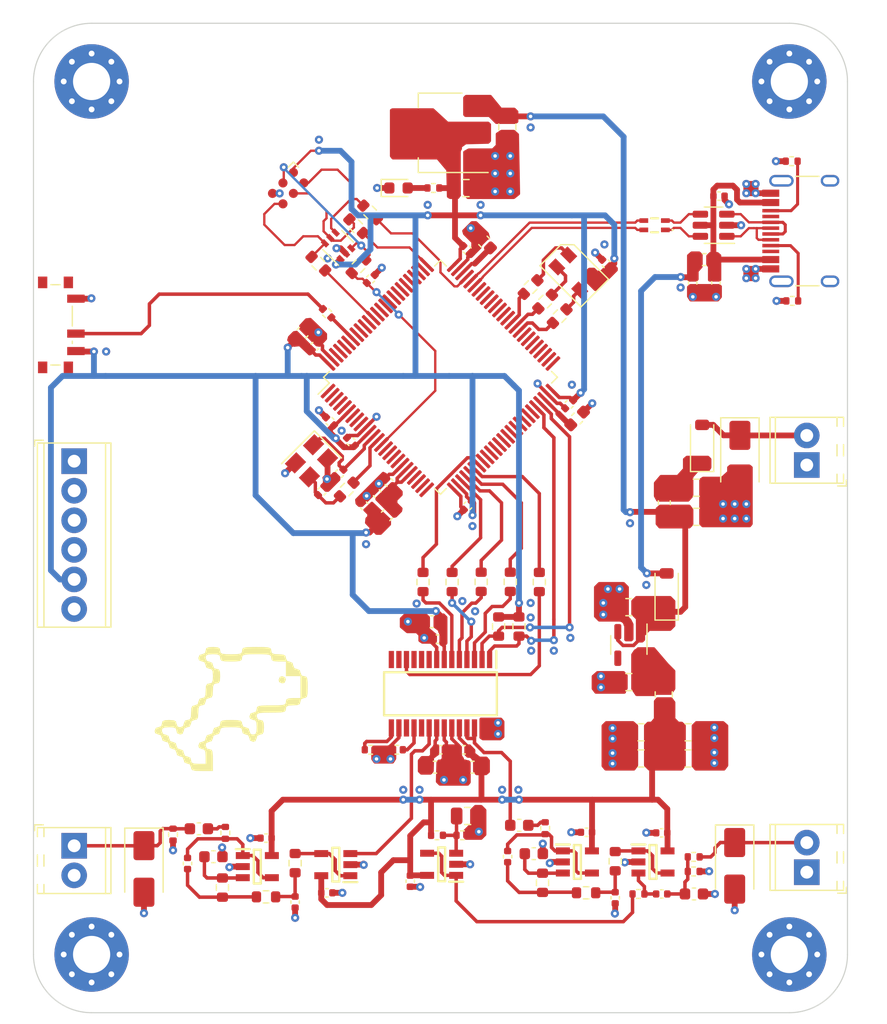
<source format=kicad_pcb>
(kicad_pcb (version 20221018) (generator pcbnew)
  (layers (0 "F.Cu" signal) (1 "In1.Cu" power) (2 "In2.Cu" power) (31 "B.Cu" signal) (34 "B.Paste" user) (35 "F.Paste" user) (36 "B.SilkS" user "B.Silkscreen") (37 "F.SilkS" user "F.Silkscreen") (38 "B.Mask" user) (39 "F.Mask" user) (44 "Edge.Cuts" user))
  (net 0 "")
  (net 1 "+5VA")
  (net 2 "GND")
  (net 3 "/Power/VCC_RP")
  (net 4 "/Power/VCC_FILT")
  (net 5 "+5V")
  (net 6 "+3.3V")
  (net 7 "VDDA")
  (net 8 "VBUS")
  (net 9 "VUSB_FILT")
  (net 10 "/MCU/HSE_IN")
  (net 11 "Net-(C315-Pad1)")
  (net 12 "/MCU/MCU_NRST")
  (net 13 "/MCU/MCU_VCAP1")
  (net 14 "/MCU/MCU_VCAP2")
  (net 15 "/Codec/IN_AA_BUFF_OUT")
  (net 16 "Net-(C401-Pad2)")
  (net 17 "/Codec/VREF")
  (net 18 "/Codec/IN_BUF_IN")
  (net 19 "/Codec/IN_RF")
  (net 20 "/Codec/CODEC_VIN")
  (net 21 "Net-(C407-Pad2)")
  (net 22 "Net-(C409-Pad1)")
  (net 23 "/Codec/IN_AA_BUFF_IN")
  (net 24 "/Codec/OUT_AA_BUFF_OUT")
  (net 25 "/Codec/AUDIO_VOUT")
  (net 26 "/Codec/OUT_AA_BUFF_IN")
  (net 27 "/Codec/AUDIO_VIN")
  (net 28 "/Codec/CODEC_VOUT")
  (net 29 "Net-(IC401-VOUTR+)")
  (net 30 "/Codec/IN_BUF_OUT")
  (net 31 "/Codec/OUT_BUF_OUT")
  (net 32 "Net-(C419-Pad2)")
  (net 33 "Net-(C422-Pad2)")
  (net 34 "Net-(C423-Pad1)")
  (net 35 "/Codec/CODEC_VCOM")
  (net 36 "VCC")
  (net 37 "/Power/R_LED")
  (net 38 "/MCU/NRST")
  (net 39 "/MCU/SWCLK")
  (net 40 "/MCU/SWDIO")
  (net 41 "/MCU/SWO")
  (net 42 "/MCU/LED_R")
  (net 43 "/MCU/LED_G")
  (net 44 "/MCU/LED_B")
  (net 45 "/MCU/USB_CMC_D-")
  (net 46 "/MCU/USB_CMC_D+")
  (net 47 "/MCU/USB_FS_D-")
  (net 48 "/MCU/USB_FS_D+")
  (net 49 "I2C1_SCL")
  (net 50 "I2C1_SDA")
  (net 51 "/Codec/CODEC_DOUT")
  (net 52 "/Codec/CODEC_LRCK1")
  (net 53 "/Codec/CODEC_BCK1")
  (net 54 "/Codec/CODEC_SCK1")
  (net 58 "/Codec/CODEC_DIN")
  (net 61 "CODEC_NRST")
  (net 64 "/MCU/USB_CON_CC1")
  (net 65 "/MCU/USB_CON_D+")
  (net 66 "/MCU/USB_CON_D-")
  (net 68 "/MCU/USB_CON_CC2")
  (net 71 "/MCU/ADC3_INP10")
  (net 72 "/MCU/ADC3_INP11")
  (net 73 "/MCU/ADC3_INP0")
  (net 74 "/MCU/ADC3_INP1")
  (net 75 "Net-(SW301-B)")
  (net 76 "/MCU/BOOT0")
  (net 77 "/MCU/HSE_OUT")
  (net 78 "/MCU/MCU_SWDIO")
  (net 79 "/MCU/MCU_SWCLK")
  (net 80 "/MCU/MCU_SWO")
  (net 81 "/MCU/TIM4_CH1")
  (net 82 "/MCU/TIM4_CH2")
  (net 83 "/MCU/TIM4_CH3")
  (net 84 "VCOM")
  (net 85 "I2S1_SDO")
  (net 86 "I2S1_WS")
  (net 87 "I2S1_CK")
  (net 88 "I2S1_MCK")
  (net 89 "I2S1_SDI")
  (footprint "Resistor_SMD:R_0402_1005Metric" (layer "F.Cu") (at 144.39 72.65 180)
    (fp_text reference "R202" hide)
    (fp_text value "1k")
  )
  (footprint "Resistor_SMD:R_0603_1608Metric" (layer "F.Cu") (at 155.25 83.66 45)
    (fp_text reference "R309" hide)
    (fp_text value "325R")
  )
  (footprint "Crystal:Crystal_SMD_3225-4Pin_3.2x2.5mm" (layer "F.Cu") (at 133.910589 96.089411 -135)
    (fp_text reference "Y301" hide)
    (fp_text value "24MHz")
  )
  (footprint "Resistor_SMD:R_0603_1608Metric" (layer "F.Cu") (at 136.939447 98.552634 45)
    (fp_text reference "R302" hide)
    (fp_text value "33R")
  )
  (footprint "Resistor_SMD:R_0603_1608Metric" (layer "F.Cu") (at 132.5 130.65 -90)
    (fp_text reference "R421" hide)
    (fp_text value "8.2k")
  )
  (footprint "MountingHole:MountingHole_3.2mm_M3_Pad_Via" (layer "F.Cu") (at 175 63.5)
    (fp_text reference "H102" hide)
    (fp_text value "MountingHole_Pad")
  )
  (footprint "Resistor_SMD:R_0402_1005Metric" (layer "F.Cu") (at 166.775 131.365 180)
    (fp_text reference "R409" hide)
    (fp_text value "1M")
  )
  (footprint "Custom_Footprints_KiCAD7:LED_SMD_RGB_AAA3528LSEEZGKQBKS" (layer "F.Cu") (at 156.5 79.91 -135)
    (fp_text reference "D303" hide)
    (fp_text value "LED_RGBA")
  )
  (footprint "Resistor_SMD:R_0603_1608Metric" (layer "F.Cu") (at 154 82.41 45)
    (fp_text reference "R310" hide)
    (fp_text value "325R")
  )
  (footprint "Resistor_SMD:R_0402_1005Metric" (layer "F.Cu") (at 122 128.2 90)
    (fp_text reference "R427" hide)
    (fp_text value "10k")
  )
  (footprint "Resistor_SMD:R_0402_1005Metric" (layer "F.Cu") (at 135.25 83.41 -45)
    (fp_text reference "R301" hide)
    (fp_text value "10k")
  )
  (footprint "Capacitor_SMD:C_0805_2012Metric" (layer "F.Cu") (at 162.25 121.66 180)
    (fp_text reference "C203" hide)
    (fp_text value "47uF")
  )
  (footprint "Resistor_SMD:R_0603_1608Metric" (layer "F.Cu") (at 138.95 74.75 135)
    (fp_text reference "R305" hide)
    (fp_text value "33R")
  )
  (footprint "MountingHole:MountingHole_3.2mm_M3_Pad_Via" (layer "F.Cu") (at 175 138.5)
    (fp_text reference "H103" hide)
    (fp_text value "MountingHole_Pad")
  )
  (footprint "Diode_SMD:D_SOD-123" (layer "F.Cu") (at 164.45 107.41 90)
    (fp_text reference "D201" hide)
    (fp_text value "MBR0530")
  )
  (footprint "Resistor_SMD:R_0603_1608Metric" (layer "F.Cu") (at 153.775 132.34 90)
    (fp_text reference "R407" hide)
    (fp_text value "15k")
  )
  (footprint "Capacitor_SMD:C_0805_2012Metric" (layer "F.Cu") (at 167 100.9)
    (fp_text reference "C206" hide)
    (fp_text value "2.2uF")
  )
  (footprint "TerminalBlock_Phoenix:TerminalBlock_Phoenix_MPT-0,5-2-2.54_1x02_P2.54mm_Horizontal" (layer "F.Cu") (at 113.5 129.16 -90)
    (fp_text reference "J402" hide)
    (fp_text value "Screw_Terminal_01x02")
  )
  (footprint "Resistor_SMD:R_0402_1005Metric" (layer "F.Cu") (at 126.5 128.05 90)
    (fp_text reference "R425" hide)
    (fp_text value "100R")
  )
  (footprint "Resistor_SMD:R_0402_1005Metric" (layer "F.Cu") (at 175.25 82.35 180)
    (fp_text reference "R303" hide)
    (fp_text value "5.1k")
  )
  (footprint "Resistor_SMD:R_0402_1005Metric" (layer "F.Cu") (at 144.7 128.26)
    (fp_text reference "R401" hide)
    (fp_text value "1k")
  )
  (footprint "Inductor_SMD:L_0603_1608Metric" (layer "F.Cu") (at 167.6875 78.8 180)
    (fp_text reference "FB302" hide)
    (fp_text value "120R")
  )
  (footprint "Capacitor_SMD:C_0805_2012Metric" (layer "F.Cu") (at 147.34 126.6)
    (fp_text reference "C405" hide)
    (fp_text value "22u")
  )
  (footprint "Capacitor_SMD:C_0402_1005Metric" (layer "F.Cu") (at 144.75 111.41 180)
    (fp_text reference "C429" hide)
    (fp_text value "0.1u")
  )
  (footprint "Capacitor_SMD:C_0805_2012Metric" (layer "F.Cu") (at 166.3 119.41)
    (fp_text reference "C201" hide)
    (fp_text value "47uF")
  )
  (footprint "Capacitor_SMD:C_0805_2012Metric" (layer "F.Cu") (at 162.25 119.41 180)
    (fp_text reference "C204" hide)
    (fp_text value "47uF")
  )
  (footprint "Capacitor_SMD:C_0402_1005Metric" (layer "F.Cu") (at 132.5 134 -90)
    (fp_text reference "C423" hide)
    (fp_text value "1n")
  )
  (footprint "ACM2012-900-2P-TL002:ACM20129002PTL002" (layer "F.Cu") (at 163.4125 75.85 180)
    (fp_text reference "FL301" hide)
    (fp_text value "ACM2012-900-2P-TL002" hide)
  )
  (footprint "Inductor_SMD:L_0603_1608Metric" (layer "F.Cu") (at 164.25 99.6875 -90)
    (fp_text reference "FB201" hide)
    (fp_text value "120R")
  )
  (footprint "Resistor_SMD:R_0402_1005Metric" (layer "F.Cu") (at 139 120.91)
    (fp_text reference "R429" hide)
    (fp_text value "10k")
  )
  (footprint "TerminalBlock_Phoenix:TerminalBlock_Phoenix_MPT-0,5-6-2.54_1x06_P2.54mm_Horizontal" (layer "F.Cu") (at 113.5 96.12 -90)
    (fp_text reference "J303" hide)
    (fp_text value "Screw_Terminal_01x06")
  )
  (footprint "Diode_SMD:D_SMA" (layer "F.Cu") (at 170.3 130.8825 -90)
    (fp_text reference "D401" hide)
    (fp_text value "SMAJ15A")
  )
  (footprint "Resistor_SMD:R_0603_1608Metric" (layer "F.Cu") (at 157.525 133.2 180)
    (fp_text reference "R406" hide)
    (fp_text value "27k")
  )
  (footprint "Resistor_SMD:R_0603_1608Metric" (layer "F.Cu") (at 146 106.5 -90)
    (fp_text reference "R420" hide)
    (fp_text value "33R")
  )
  (footprint "Capacitor_SMD:C_0402_1005Metric" (layer "F.Cu") (at 130 128.5 180)
    (fp_text reference "C421" hide)
    (fp_text value "100n")
  )
  (footprint "MountingHole:MountingHole_3.2mm_M3_Pad_Via" (layer "F.Cu") (at 115 138.5)
    (fp_text reference "H104" hide)
    (fp_text value "MountingHole_Pad")
  )
  (footprint "Capacitor_SMD:C_0603_1608Metric" (layer "F.Cu") (at 153.025 129.84)
    (fp_text reference "C410" hide)
    (fp_text value "150p")
  )
  (footprint "Capacitor_SMD:C_0402_1005Metric" (layer "F.Cu") (at 139 80.465923 45)
    (fp_text reference "C316" hide)
    (fp_text value "100n")
  )
  (footprint "Resistor_SMD:R_0402_1005Metric" (layer "F.Cu") (at 166.775 130.115 180)
    (fp_text reference "R404" hide)
    (fp_text value "1k")
  )
  (footprint "PCM3060PWR:SOP65P640X120-28N" (layer "F.Cu") (at 145 116.098 -90)
    (fp_text reference "IC401" hide)
    (fp_text value "PCM3060PWR" hide)
  )
  (footprint "LOGO" (layer "F.Cu") (at 126.68642 120.232222)
    (fp_text reference "G***" hide)
    (fp_text value "LOGO" hide)
  )
  (footprint "Capacitor_SMD:C_0402_1005Metric" (layer "F.Cu") (at 123.25 130.68 -90)
    (fp_text reference "C419" hide)
    (fp_text value "1n")
  )
  (footprint "Capacitor_SMD:C_0402_1005Metric" (layer "F.Cu") (at 166.6875 80.8 -90)
    (fp_text reference "C312" hide)
    (fp_text value "100n")
  )
  (footprint "Capacitor_SMD:C_0603_1608Metric" (layer "F.Cu") (at 151.775 127.4)
    (fp_text reference "C407" hide)
    (fp_text value "4.7u")
  )
  (footprint "TLV9161IDBVR:SOT95P280X145-5N" (layer "F.Cu") (at 129.25 130.95)
    (fp_text reference "U407" hide)
    (fp_text value "TLV9161IDBVR" hide)
  )
  (footprint "Capacitor_SMD:C_0402_1005Metric" (layer "F.Cu") (at 134.810589 98.689411 45)
    (fp_text reference "C315" hide)
    (fp_text value "20p")
  )
  (footprint "Resistor_SMD:R_0603_1608Metric" (layer "F.Cu") (at 148.5 106.485 -90)
    (fp_text reference "R424" hide)
    (fp_text value "33R")
  )
  (footprint "Capacitor_SMD:C_0603_1608Metric" (layer "F.Cu") (at 166.8 133.3)
    (fp_text reference "C408" hide)
    (fp_text value "150p")
  )
  (footprint "Capacitor_SMD:C_0402_1005Metric" (layer "F.Cu") (at 168.95 73.35)
    (fp_text reference "C313" hide)
    (fp_text value "100n")
  )
  (footprint "Resistor_SMD:R_0603_1608Metric" (layer "F.Cu") (at 160.025 130.485 -90)
    (fp_text reference "R405" hide)
    (fp_text value "8.2k")
  )
  (footprint "Capacitor_SMD:C_0402_1005Metric" (layer "F.Cu") (at 145.025 120.91)
    (fp_text reference "C433" hide)
    (fp_text value "0.1u")
  )
  (footprint "Capacitor_SMD:C_0402_1005Metric" (layer "F.Cu") (at 168.6875 80.8 -90)
    (fp_text reference "C311" hide)
    (fp_text value "100n")
  )
  (footprint "Button_Switch_SMD:SW_SPDT_PCM12" (layer "F.Cu") (at 112.22 84.41 -90)
    (fp_text reference "SW301" hide)
    (fp_text value "SW_SPDT")
  )
  (footprint "Capacitor_SMD:C_0402_1005Metric" (layer "F.Cu") (at 157.555 128 180)
    (fp_text reference "C404" hide)
    (fp_text value "100n")
  )
  (footprint "Capacitor_SMD:C_0402_1005Metric" (layer "F.Cu") (at 150.775 130.09 -90)
    (fp_text reference "C401" hide)
    (fp_text value "1n")
  )
  (footprint "Capacitor_SMD:C_0402_1005Metric" (layer "F.Cu") (at 147.025 120.91 180)
    (fp_text reference "C431" hide)
    (fp_text value "0.1u")
  )
  (footprint "Resistor_SMD:R_0603_1608Metric" (layer "F.Cu") (at 130 133.55 180)
    (fp_text reference "R422" hide)
    (fp_text value "27k")
  )
  (footprint "Capacitor_SMD:C_0402_1005Metric" (layer "F.Cu") (at 147.3 77.975 -45)
    (fp_text reference "C304" hide)
    (fp_text value "100n")
  )
  (footprint "Capacitor_SMD:C_0603_1608Metric" (layer "F.Cu") (at 147.75 122.41 180)
    (fp_text reference "C430" hide)
    (fp_text value "10u")
  )
  (footprint "TerminalBlock_Phoenix:TerminalBlock_Phoenix_MPT-0,5-2-2.54_1x02_P2.54mm_Horizontal" (layer "F.Cu") (at 176.5 96.45 90)
    (fp_text reference "J202" hide)
    (fp_text value "Screw_Terminal_01x02")
  )
  (footprint "MountingHole:MountingHole_3.2mm_M3_Pad_Via" (layer "F.Cu") (at 115 63.5)
    (fp_text reference "H101" hide)
    (fp_text value "MountingHole_Pad")
  )
  (footprint "Capacitor_SMD:C_0603_1608Metric" (layer "F.Cu") (at 148.75 77.25 135)
    (fp_text reference "C319" hide)
    (fp_text value "2.2u")
  )
  (footprint "Resistor_SMD:R_0603_1608Metric" (layer "F.Cu") (at 153.5 106.5 -90)
    (fp_text reference "R428" hide)
    (fp_text value "33R")
  )
  (footprint "Capacitor_SMD:C_0603_1608Metric" (layer "F.Cu") (at 124.225 127.7)
    (fp_text reference "C422" hide)
    (fp_text value "4.7u")
  )
  (footprint "Resistor_SMD:R_0402_1005Metric" (layer "F.Cu") (at 175.2 70.35 180)
    (fp_text reference "R304" hide)
    (fp_text value "5.1k")
  )
  (footprint "TLV9161IDBVR:SOT95P280X145-5N" (layer "F.Cu") (at 145.1 130.75 180)
    (fp_text reference "U401" hide)
    (fp_text value "TLV9161IDBVR" hide)
  )
  (footprint "TerminalBlock_Phoenix:TerminalBlock_Phoenix_MPT-0,5-2-2.54_1x02_P2.54mm_Horizontal" (layer "F.Cu") (at 176.5 131.43 90)
    (fp_text reference "J401" hide)
    (fp_text value "Screw_Terminal_01x02")
  )
  (footprint "Resistor_SMD:R_0402_1005Metric" (layer "F.Cu") (at 146.89 128.26)
    (fp_text reference "R403" hide)
    (fp_text value "1k")
  )
  (footprint "Capacitor_SMD:C_0402_1005Metric" (layer "F.Cu") (at 135.23 133.2)
    (fp_text reference "C420" hide)
    (fp_text value "100n")
  )
  (footprint "Resistor_SMD:R_0603_1608Metric" (layer "F.Cu") (at 143.5 106.5 -90)
    (fp_text reference "R426" hide)
    (fp_text value "33R")
  )
  (footprint "Package_QFP:LQFP-100_14x14mm_P0.5mm" (layer "F.Cu") (at 145 88.91 45)
    (fp_text reference "U302" hide)
    (fp_text value "STM32H733VGTx")
  )
  (footprint "Resistor_SMD:R_0805_2012Metric" (layer "F.Cu") (at 164.2 116.16 -90)
    (fp_text reference "R201" hide)
    (fp_text value "10R")
  )
  (footprint "TLV9161IDBVR:SOT95P280X145-5N" (layer "F.Cu") (at 163.275 130.55)
    (fp_text reference "U402" hide)
    (fp_text value "TLV9161IDBVR" hide)
  )
  (footprint "Capacitor_SMD:C_0402_1005Metric" (layer "F.Cu") (at 139.560589 98.910589 135)
    (fp_text reference "C309" hide)
    (fp_text value "100n")
  )
  (footprint "Capacitor_SMD:C_0603_1608Metric" (layer "F.Cu") (at 144.525 122.41)
    (fp_text reference "C432" hide)
    (fp_text value "10u")
  )
  (footprint "Resistor_SMD:R_0603_1608Metric" (layer "F.Cu") (at 151.75 110.325 -90)
    (fp_text reference "R417" hide)
    (fp_text value "10k")
  )
  (footprint "Resistor_SMD:R_0402_1005Metric" (layer "F.Cu") (at 162.025 133.3 180)
    (fp_text reference "R402" hide)
    (fp_text value "1M")
  )
  (footprint "TLV9161IDBVR:SOT95P280X145-5N" (layer "F.Cu") (at 136 130.78 180)
    (fp_text reference "U406" hide)
    (fp_text value "TLV9161IDBVR" hide)
  )
  (footprint "Resistor_SMD:R_0603_1608Metric" (layer "F.Cu") (at 137.750987 75.931115 135)
    (fp_text reference "R306" hide)
    (fp_text value "33R")
  )
  (footprint "Capacitor_SMD:C_0603_1608Metric" (layer "F.Cu") (at 156.75 92.45 45)
    (fp_text reference "C318" hide)
    (fp_text value "2.2u")
  )
  (footprint "TLV9161IDBVR:SOT95P280X145-5N" (layer "F.Cu") (at 156.775 130.55)
    (fp_text reference "U403" hide)
    (fp_text value "TLV9161IDBVR" hide)
  )
  (footprint "Capacitor_SMD:C_0402_1005Metric" (layer "F.Cu") (at 136.310589 97.189411 -135)
    (fp_text reference "C314" hide)
    (fp_text value "20p")
  )
  (footprint "Package_TO_SOT_SMD:SOT-23-6" (layer "F.Cu") (at 168.4875 75.85 180)
    (fp_text reference "U301" hide)
    (fp_text value "USBLC6-2SC6")
  )
  (footprint "Resistor_SMD:R_0402_1005Metric" (layer "F.Cu") (at 154 127.65 90)
    (fp_text reference "R408" hide)
    (fp_text value "100R")
  )
  (footprint "Capacitor_SMD:C_0402_1005Metric" (layer "F.Cu") (at 135.5 92.7 135)
    (fp_text reference "C303" hide)
    (fp_text value "100n")
  )
  (footprint "Capacitor_SMD:C_0402_1005Metric" (layer "F.Cu") (at 137.3 94.45 135)
    (fp_text reference "C307" hide)
    (fp_text value "100n")
  )
  (footprint "Diode_SMD:D_SMA" (layer "F.Cu") (at 170.75 95.9 -90)
    (fp_text reference "D203" hide)
    (fp_text value "SMAJ15A")
  )
  (footprint "Capacitor_SMD:C_0402_1005Metric" (layer "F.Cu") (at 156.060589 91.239411 -135)
    (fp_text reference "C306" hide)
    (fp_text value "100n")
  )
  (footprint "Capacitor_SMD:C_0402_1005Metric" (layer "F.Cu") (at 159.25 79.16 135)
    (fp_text reference "C317" hide)
    (fp_text value "100n")
  )
  (footprint "Capacitor_SMD:C_0603_1608Metric" (layer "F.Cu") (at 144.25 109.91 180)
    (fp_text reference "C428" hide)
    (fp_text value "10u")
  )
  (footprint "Capacitor_SMD:C_0402_1005Metric" (layer "F.Cu") (at 164.025 133.3 180)
    (fp_text reference "C406" hide)
    (fp_text value "10n")
  )
  (footprint "Capacitor_SMD:C_0402_1005Metric" (layer "F.Cu") (at 160.025 133.63 -90)
    (fp_text reference "C409" hide)
    (fp_text value "1n")
  )
  (footprint "Package_TO_SOT_SMD:SOT-223-3_TabPin2" (layer "F.Cu") (at 145 67.91 180)
    (fp_text reference "U202" hide)
    (fp_text value "NCP1117-3.3_SOT223")
  )
  (footprint "Capacitor_SMD:C_0805_2012Metric" (layer "F.Cu") (at 167 98.4)
    (fp_text reference "C205" hide)
    (fp_text value "2.2uF")
  )
  (footprint "Resistor_SMD:R_0603_1608Metric" (layer "F.Cu") (at 151 106.485 -90)
    (fp_text reference "R419" hide)
    (fp_text value "33R")
  )
  (footprint "Capacitor_SMD:C_0805_2012Metric" (layer "F.Cu") (at 161.2 108.66 180)
    (fp_text reference "C207" hide)
    (fp_text value "2.2uF")
  )
  (footprint "Capacitor_SMD:C_0603_1608Metric" (layer "F.Cu") (at 125.475 130.1)
    (fp_text reference "C424" hide)
    (fp_text value "150p")
  )
  (footprint "Capacitor_SMD:C_0402_1005Metric" (layer "F.Cu") (at 134.2 86.25 45)
    (fp_text reference "C302" hide)
    (fp_text value "100n")
  )
  (footprint "Diode_SMD:D_SOD-123" (layer "F.Cu") (at 167.5 94.65 90)
    (fp_text reference "D202" hide)
    (fp_text value "MBR0530")
  )
  (footprint "Resistor_SMD:R_0402_1005Metric" (layer "F.Cu") (at 141.25 120.91 180)
    (fp_text reference "R410" hide)
    (fp_text value "100k")
  )
  (footprint "Connector:Tag-Connect_TC2030-IDC-FP_2x03_P1.27mm_Vertical" (layer "F.Cu") (at 131.902962 72.664936 -135)
    (fp_text reference "J302" hide)
    (fp_text value "Conn_ARM_SWD_TagConnect_TC2030")
  )
  (footprint "Package_TO_SOT_SMD:SOT-23-5" (layer "F.Cu") (at 161.2 111.91 -90)
    (fp_text reference "U201" hide)
    (fp_text value "NCP718xSN500")
  )
  (footprint "Connector_USB:USB_C_Receptacle_HRO_TYPE-C-31-M-12" (layer "F.Cu") (at 177.45 76.35 90)
    (fp_text reference "J301" hide)
    (fp_text value "USB_C_Receptacle_USB2.0")
  )
  (footprint "Capacitor_SMD:C_0402_1005Metric" (layer "F.Cu") (at 138.45 99.95 135)
    (fp_text reference "C310" hide)
    (fp_text value "100n")
  )
  (footprint "Diode_SMD:D_SMA" (layer "F.Cu") (at 119.5 131.15 -90)
    (fp_text reference "D403" hide)
    (fp_text value "SMAJ15A")
  )
  (footprint "Inductor_SMD:L_0603_1608Metric" (layer "F.Cu") (at 140.4 100.75 -135)
    (fp_text reference "FB301" hide)
    (fp_text value "120R")
  )
  (footprint "Capacitor_SMD:C_0402_1005Metric" (layer "F.Cu") (at 142.4 132.2 -90)
    (fp_text reference "C402" hide)
    (fp_text value "100n")
  )
  (footprint "Resistor_SMD:R_0603_1608Metric" (layer "F.Cu") (at 134.5 79.15 135)
    (fp_text reference "R307" hide)
    (fp_text value "33R")
  )
  (footprint "Capacitor_SMD:C_0805_2012Metric" (layer "F.Cu") (at 166.3 121.66)
    (fp_text reference "C202" hide)
    (fp_text value "47uF")
  )
  (footprint "Capacitor_SMD:C_0805_2012Metric" (layer "F.Cu") (at 147.2 72.66)
    (fp_text reference "C209" hide)
    (fp_text value "10uF")
  )
  (footprint "Capacitor_SMD:C_0402_1005Metric" (layer "F.Cu") (at 140.575 97.95 135)
    (fp_text reference "C308" hide)
    (fp_text value "100n")
  )
  (footprint "Resistor_SMD:R_0603_1608Metric" (layer "F.Cu") (at 137.949013 79.368885 45)
    (fp_text reference "R308" hide)
    (fp_text value "33R")
  )
  (footprint "Resistor_SMD:R_0603_1608Metric" (layer "F.Cu") (at 126.25 132.75 90)
    (fp_text reference "R423" hide)
    (fp_text value "15k")
  )
  (footprint "Package_TO_SOT_SMD:SOT-363_SC-70-6" (layer "F.Cu") (at 136.199013 77.618885 135)
    (fp_text reference "D302" hide)
    (fp_text value "PESD3V3L5UY")
  )
  (footprint "Capacitor_SMD:C_0402_1005Metric" (layer "F.Cu") (at 164.025 128.05 180)
    (fp_text reference "C403" hide)
    (fp_text value "100n")
  )
  (footprint "Capacitor_SMD:C_0603_1608Metric" (layer "F.Cu") (at 133.135589 85.089411 45)
    (fp_text reference "C301" hide)
    (fp_text value "2.2u")
  )
  (footprint "Capacitor_SMD:C_0805_2012Metric" (layer "F.Cu") (at 161.2 115.1 180)
    (fp_text reference "C208" hide)
    (fp_text value "2.2uF")
  )
  (footprint "Capacitor_SMD:C_0805_2012Metric" (layer "F.Cu") (at 150.75 67.41 -90)
    (fp_text reference "C210" hide)
    (fp_text value "10uF")
  )
  (footprint "Resistor_SMD:R_0603_1608Metric" (layer "F.Cu") (at 152.75 81.16 45)
    (fp_text reference "R311" hide)
    (fp_text value "750R")
  )
  (footprint "Resistor_SMD:R_0603_1608Metric" (layer "F.Cu") (at 150 110.325 -90)
    (fp_text reference "R418" hide)
    (fp_text value "10k")
  )
  (footprint "LED_SMD:LED_0603_1608Metric" (layer "F.Cu") (at 141.39 72.65)
    (fp_text reference "D204" hide)
    (fp_text value "LED")
  )
  (footprint "Capacitor_SMD:C_0402_1005Metric" (layer "F.Cu") (at 147.35 99.95 -135)
    (fp_text reference "C305" hide)
    (fp_text value "100n")
  )
  (gr_line (start 180 63.5) (end 180 138.5) (stroke (width 0.1)) (layer "Edge.Cuts"))
  (gr_arc (start 110 63.5) (mid 111.464466 59.964466) (end 115 58.5) (stroke (width 0.1)) (layer "Edge.Cuts"))
  (gr_line (start 110 138.5) (end 110 63.5) (stroke (width 0.1)) (layer "Edge.Cuts"))
  (gr_arc (start 180 138.5) (mid 178.535534 142.035534) (end 175 143.5) (stroke (width 0.1)) (layer "Edge.Cuts"))
  (gr_arc (start 175 58.5) (mid 178.535534 59.964466) (end 180 63.5) (stroke (width 0.1)) (layer "Edge.Cuts"))
  (gr_arc (start 115 143.5) (mid 111.464466 142.035534) (end 110 138.5) (stroke (width 0.1)) (layer "Edge.Cuts"))
  (gr_line (start 115 143.5) (end 175 143.5) (stroke (width 0.1)) (layer "Edge.Cuts"))
  (gr_line (start 115 58.5) (end 175 58.5) (stroke (width 0.1)) (layer "Edge.Cuts"))
  (segment (start 143.85 131.7) (end 142.42 131.7) (width 0.5) (layer "F.Cu") (net 1))
  (segment (start 141.8005 125.2) (end 131.45 125.2) (width 0.5) (layer "F.Cu") (net 1))
  (segment (start 148.525 122.41) (end 148.525 125.175) (width 0.5) (layer "F.Cu") (net 1))
  (segment (start 163.2 121.66) (end 163.2 125.2) (width 0.5) (layer "F.Cu") (net 1))
  (segment (start 147.505 120.797894) (end 147.505 120.91) (width 0.3) (layer "F.Cu") (net 1))
  (segment (start 142.4 128.3) (end 142.4 130.4) (width 0.5) (layer "F.Cu") (net 1))
  (segment (start 139.05 134.25) (end 135.25 134.25) (width 0.5) (layer "F.Cu") (net 1))
  (segment (start 164.525 129.6) (end 164.525 128.07) (width 0.5) (layer "F.Cu") (net 1))
  (segment (start 134.75 131.73) (end 134.75 133.2) (width 0.5) (layer "F.Cu") (net 1))
  (segment (start 163.2 125.2) (end 163.705 125.2) (width 0.5) (layer "F.Cu") (net 1))
  (segment (start 158.05 125.2) (end 151.75 125.2) (width 0.5) (layer "F.Cu") (net 1))
  (segment (start 144.19 127.15) (end 143.55 127.15) (width 0.5) (layer "F.Cu") (net 1))
  (segment (start 134.75 133.75) (end 134.75 133.2) (width 0.5) (layer "F.Cu") (net 1))
  (segment (start 163.705 125.2) (end 164.505 126) (width 0.5) (layer "F.Cu") (net 1))
  (segment (start 144.19 127.15) (end 144.19 125.2) (width 0.5) (layer "F.Cu") (net 1))
  (segment (start 130.48 128.5) (end 130.48 129.98) (width 0.5) (layer "F.Cu") (net 1))
  (segment (start 142.4 130.4) (end 140.95 130.4) (width 0.5) (layer "F.Cu") (net 1))
  (segment (start 142.42 131.7) (end 142.4 131.72) (width 0.5) (layer "F.Cu") (net 1))
  (segment (start 135.25 134.25) (end 134.75 133.75) (width 0.5) (layer "F.Cu") (net 1))
  (segment (start 131.45 125.2) (end 130.48 126.17) (width 0.5) (layer "F.Cu") (net 1))
  (segment (start 140.95 130.4) (end 139.9 131.45) (width 0.5) (layer "F.Cu") (net 1))
  (segment (start 164.525 128.07) (end 164.505 128.05) (width 0.5) (layer "F.Cu") (net 1))
  (segment (start 139.9 133.4) (end 139.05 134.25) (width 0.5) (layer "F.Cu") (net 1))
  (segment (start 158.025 129.6) (end 158.025 128.01) (width 0.5) (layer "F.Cu") (net 1))
  (segment (start 146.625 119.917894) (end 147.505 120.797894) (width 0.3) (layer "F.Cu") (net 1))
  (segment (start 158.025 128.01) (end 158.035 128) (width 0.5) (layer "F.Cu") (net 1))
  (segment (start 144.19 125.2) (end 143.1995 125.2) (width 0.5) (layer "F.Cu") (net 1))
  (segment (start 130.48 129.98) (end 130.5 130) (width 0.5) (layer "F.Cu") (net 1))
  (segment (start 148.5 125.2) (end 144.19 125.2) (width 0.5) (layer "F.Cu") (net 1))
  (segment (start 143.83 131.68) (end 143.85 131.7) (width 0.5) (layer "F.Cu") (net 1))
  (segment (start 144.19 128.26) (end 144.19 127.15) (width 0.5) (layer "F.Cu") (net 1))
  (segment (start 142.4 130.4) (end 142.4 131.72) (width 0.5) (layer "F.Cu") (net 1))
  (segment (start 143.55 127.15) (end 142.4 128.3) (width 0.5) (layer "F.Cu") (net 1))
  (segment (start 139.9 131.45) (end 139.9 133.4) (width 0.5) (layer "F.Cu") (net 1))
  (segment (start 150.3005 125.2) (end 148.5 125.2) (width 0.5) (layer "F.Cu") (net 1))
  (segment (start 130.48 126.17) (end 130.48 128.5) (width 0.5) (layer "F.Cu") (net 1))
  (segment (start 146.625 119.036) (end 146.625 119.917894) (width 0.3) (layer "F.Cu") (net 1))
  (segment (start 163.2 125.2) (end 158.05 125.2) (width 0.5) (layer "F.Cu") (net 1))
  (segment (start 158.035 125.215) (end 158.05 125.2) (width 0.5) (layer "F.Cu") (net 1))
  (segment (start 164.505 128.05) (end 164.505 126) (width 0.5) (layer "F.Cu") (net 1))
  (segment (start 148.525 125.175) (end 148.5 125.2) (width 0.5) (layer "F.Cu") (net 1))
  (segment (start 158.035 128) (end 158.035 125.215) (width 0.5) (layer "F.Cu") (net 1))
  (via (at 143.1995 125.2) (size 0.7) (drill 0.3) (layers "F.Cu" "B.Cu") (net 1))
  (via (at 151.75 125.2) (size 0.7) (drill 0.3) (layers "F.Cu" "B.Cu") (net 1))
  (via (at 141.8005 125.2) (size 0.7) (drill 0.3) (layers "F.Cu" "B.Cu") (net 1))
  (via (at 150.3005 125.2) (size 0.7) (drill 0.3) (layers "F.Cu" "B.Cu") (net 1))
  (segment (start 151.75 125.2) (end 150.3005 125.2) (width 0.5) (layer "B.Cu") (net 1))
  (segment (start 143.1995 125.2) (end 141.8005 125.2) (width 0.5) (layer "B.Cu") (net 1))
  (segment (start 157.298008 91.901992) (end 158.05 91.15) (width 0.5) (layer "F.Cu") (net 2))
  (segment (start 119.5 133.15) (end 119.5 134.95) (width 0.5) (layer "F.Cu") (net 2))
  (segment (start 160.025 134.955) (end 160 134.98) (width 0.5) (layer "F.Cu") (net 2))
  (segment (start 170.3 132.8825) (end 170.3 134.7) (width 0.5) (layer "F.Cu") (net 2))
  (segment (start 146.537957 79.593868) (end 147.35 78.781825) (width 0.3) (layer "F.Cu") (net 2))
  (segment (start 126.25 129.330984) (end 126.222196 129.30318) (width 0.5) (layer "F.Cu") (net 2))
  (segment (start 142.4 132.68) (end 143.23 132.68) (width 0.5) (layer "F.Cu") (net 2))
  (segment (start 144.27 111.41) (end 144.27 111.7175) (width 0.3) (layer "F.Cu") (net 2))
  (segment (start 135.289447 97.602634) (end 135.239447 97.652634) (width 0.5) (layer "F.Cu") (net 2))
  (segment (start 153.8 129.84) (end 153.8 128.981257) (width 0.5) (layer "F.Cu") (net 2))
  (segment (start 137.875163 93.913516) (end 137.157662 93.913516) (width 0.3) (layer "F.Cu") (net 2))
  (segment (start 139.339411 80.110589) (end 139.95 79.5) (width 0.5) (layer "F.Cu") (net 2))
  (segment (start 144.27 111.7175) (end 144.675 112.1225) (width 0.3) (layer "F.Cu") (net 2))
  (segment (start 160.885 130.55) (end 160.85 130.585) (width 0.5) (layer "F.Cu") (net 2))
  (segment (start 140.596178 97.25) (end 140.235589 97.610589) (width 0.3) (layer "F.Cu") (net 2))
  (segment (start 145.325 119.036) (end 145.325 120.075) (width 0.3) (layer "F.Cu") (net 2))
  (segment (start 169.625 75.85) (end 170.85 75.85) (width 0.5) (layer "F.Cu") (net 2))
  (segment (start 171.3 72.3) (end 172.1 72.3) (width 0.5) (layer "F.Cu") (net 2))
  (segment (start 162.025 130.55) (end 160.885 130.55) (width 0.5) (layer "F.Cu") (net 2))
  (segment (start 153.35 89.481825) (end 153.35 89.45) (width 0.3) (layer "F.Cu") (net 2))
  (segment (start 146.184404 98.579685) (end 146.75 99.145281) (width 0.3) (layer "F.Cu") (net 2))
  (segment (start 147.35 78.603822) (end 147.639411 78.314411) (width 0.3) (layer "F.Cu") (net 2))
  (segment (start 113.65 82.16) (end 114.95 82.16) (width 0.5) (layer "F.Cu") (net 2))
  (segment (start 146.75 99.145281) (end 146.75 100.028822) (width 0.3) (layer "F.Cu") (net 2))
  (segment (start 134.539411 85.910589) (end 134.560589 85.910589) (width 0.3) (layer "F.Cu") (net 2))
  (segment (start 154.504518 130.55) (end 154.40149 130.653028) (width 0.5) (layer "F.Cu") (net 2))
  (segment (start 168.085 131.365) (end 168.1 131.35) (width 0.5) (layer "F.Cu") (net 2))
  (segment (start 138.512295 93.276384) (end 137.875163 93.913516) (width 0.3) (layer "F.Cu") (net 2))
  (segment (start 172.1 79.6) (end 172.1 80.4) (width 0.5) (layer "F.Cu") (net 2))
  (segment (start 173.405 79.6) (end 171.3 79.6) (width 0.5) (layer "F.Cu") (net 2))
  (segment (start 126.25 130.1) (end 126.25 129.330984) (width 0.5) (layer "F.Cu") (net 2))
  (segment (start 145.505 120.255) (end 145.505 120.91) (width 0.3) (layer "F.Cu") (net 2))
  (segment (start 169.43 73.35) (end 169.43 73.67195) (width 0.5) (layer "F.Cu") (net 2))
  (segment (start 172.1 79.6) (end 171.3 80.4) (width 0.5) (layer "F.Cu") (net 2))
  (segment (start 140.6025 72.65) (end 139.55 72.65) (width 0.5) (layer "F.Cu") (net 2))
  (segment (start 146.184404 98.579685) (end 146.179685 98.579685) (width 0.3) (layer "F.Cu") (net 2))
  (segment (start 154.316132 90.447957) (end 153.35 89.481825) (width 0.3) (layer "F.Cu") (net 2))
  (segment (start 157.075 128) (end 156.25 128) (width 0.5) (layer "F.Cu") (net 2))
  (segment (start 136.406572 77.826444) (end 136.06 77.826444) (width 0.5) (layer "F.Cu") (net 2))
  (segment (start 140.74 120.91) (end 140.74 120.5585) (width 0.3) (layer "F.Cu") (net 2))
  (segment (start 141.694276 96.458365) (end 140.902639 97.25) (width 0.3) (layer "F.Cu") (net 2))
  (segment (start 126.9 130.95) (end 126.85 131) (width 0.5) (layer "F.Cu") (net 2))
  (segment (start 146.45 100.85) (end 147.010589 100.289411) (width 0.5) (layer "F.Cu") (net 2))
  (segment (start 163.545 128.05) (end 162.715 128.05) (width 0.5) (layer "F.Cu") (net 2))
  (segment (start 171.3 80.4) (end 172.1 80.4) (width 0.5) (layer "F.Cu") (net 2))
  (segment (start 167.285 131.365) (end 168.085 131.365) (width 0.5) (layer "F.Cu") (net 2))
  (segment (start 128 130.95) (end 126.9 130.95) (width 0.5) (layer "F.Cu") (net 2))
  (segment (start 145.975 119.975) (end 146.545 120.545) (width 0.3) (layer "F.Cu") (net 2))
  (segment (start 114.95 82.16) (end 114.98 82.13) (width 0.5) (layer "F.Cu") (net 2))
  (segment (start 140.74 120.5585) (end 141.425 119.8735) (width 0.3) (layer "F.Cu") (net 2))
  (segment (start 173.405 73.1) (end 171.3 73.1) (width 0.5) (layer "F.Cu") (net 2))
  (segment (start 145.325 120.075) (end 145.505 120.255) (width 0.3) (layer "F.Cu") (net 2))
  (segment (start 137.157662 93.913516) (end 136.960589 94.110589) (width 0.3) (layer "F.Cu") (net 2))
  (segment (start 153.8 128.981257) (end 153.798034 128.979291) (width 0.5) (layer "F.Cu") (net 2))
  (segment (start 162.715 128.05) (end 162.7 128.035) (width 0.5) (layer "F.Cu") (net 2))
  (segment (start 134.85 86.2) (end 134.85 86.538173) (width 0.3) (layer "F.Cu") (net 2))
  (segment (start 169.43 73.67195) (end 169.80855 74.0505) (width 0.5) (layer "F.Cu") (net 2))
  (segment (start 140.902639 97.25) (end 140.596178 97.25) (width 0.3) (layer "F.Cu") (net 2))
  (segment (start 146.35 130.75) (end 147.55 130.75) (width 0.5) (layer "F.Cu") (net 2))
  (segment (start 132.525893 96.266188) (end 131.639447 97.152634) (width 0.5) (layer "F.Cu") (net 2))
  (segment (start 139.488679 92.3) (end 139.5 92.3) (width 0.3) (layer "F.Cu") (net 2))
  (segment (start 143.23 132.68) (end 143.25 132.7) (width 0.5) (layer "F.Cu") (net 2))
  (segment (start 174.74 82.35) (end 173.9 82.35) (width 0.5) (layer "F.Cu") (net 2))
  (segment (start 146.545 120.545) (end 146.545 120.91) (width 0.3) (layer "F.Cu") (net 2))
  (segment (start 141.425 119.8735) (end 141.425 119.036) (width 0.3) (layer "F.Cu") (net 2))
  (segment (start 171.3 79.6) (end 171.3 80.4) (width 0.5) (layer "F.Cu") (net 2))
  (segment (start 134.85 86.538173) (end 135.683868 87.372043) (width 0.3) (layer "F.Cu") (net 2))
  (segment (start 139.339411 80.126512) (end 139.339411 80.110589) (width 0.5) (layer "F.Cu") (net 2))
  (segment (start 137.25 130.78) (end 138.38 130.78) (width 0.5) (layer "F.Cu") (net 2))
  (segment (start 155.292356 91.15) (end 155.721178 91.578822) (width 0.3) (layer "F.Cu") (net 2))
  (segment (start 155.525 130.55) (end 154.504518 130.55) (width 0.5) (layer "F.Cu") (net 2))
  (segment (start 131.166042 73.113949) (end 131.16628 73.114187) (width 0.2) (layer "F.Cu") (net 2))
  (segment (start 171.3 72.3) (end 172.1 73.1) (width 0.5) (layer "F.Cu") (net 2))
  (segment (start 135.160589 92.360589) (end 134.55 91.75) (width 0.5) (layer "F.Cu") (net 2))
  (segment (start 172.1 72.3) (end 172.1 73.1) (width 0.5) (layer "F.Cu") (net 2))
  (segment (start 174.69 70.35) (end 173.85 70.35) (width 0.5) (layer "F.Cu") (net 2))
  (segment (start 135.289447 95.912634) (end 135.289447 97.602634) (width 0.5) (layer "F.Cu") (net 2))
  (segment (start 138.512295 93.276384) (end 139.488679 92.3) (width 0.3) (layer "F.Cu") (net 2))
  (segment (start 135.71 133.2) (end 136.56 133.2) (width 0.5) (layer "F.Cu") (net 2))
  (segment (start 138.38 130.68) (end 138.4 130.7) (width 0.5) (layer "F.Cu") (net 2))
  (segment (start 171.3 79.6) (end 172.1 80.4) (width 0.5) (layer "F.Cu") (net 2))
  (segment (start 134.560589 85.910589) (end 134.85 86.2) (width 0.3) (layer "F.Cu") (net 2))
  (segment (start 167.575 133.3) (end 168.6 133.3) (width 0.5) (layer "F.Cu") (net 2))
  (segment (start 172.1 72.3) (end 171.3 73.1) (width 0.5) (layer "F.Cu") (net 2))
  (segment (start 158.910589 78.810589) (end 158.3 78.2) (width 0.5) (layer "F.Cu") (net 2))
  (segment (start 160.025 134.11) (end 160.025 134.955) (width 0.5) (layer "F.Cu") (net 2))
  (segment (start 155.018175 91.15) (end 155.292356 91.15) (width 0.3) (layer "F.Cu") (net 2))
  (segment (start 130.555924 73.113949) (end 131.166042 73.113949) (width 0.2) (layer "F.Cu") (net 2))
  (segment (start 154.316132 90.447957) (end 155.018175 91.15) (width 0.3) (layer "F.Cu") (net 2))
  (segment (start 144.675 112.1225) (end 144.675 113.16) (width 0.3) (layer "F.Cu") (net 2))
  (segment (start 158.910589 78.820589) (end 158.910589 78.810589) (width 0.5) (layer "F.Cu") (net 2))
  (segment (start 129.52 128.5) (end 128.65 128.5) (width 0.5) (layer "F.Cu") (net 2))
  (segment (start 136.870764 78.290636) (end 136.406572 77.826444) (width 0.5) (layer "F.Cu") (net 2))
  (segment (start 122 128.71) (end 122 129.55) (width 0.5) (layer "F.Cu") (net 2))
  (segment (start 145.975 119.036) (end 145.975 119.975) (width 0.3) (layer "F.Cu") (net 2))
  (segment (start 171.3 72.3) (end 171.3 73.1) (width 0.5) (layer "F.Cu") (net 2))
  (segment (start 146.75 100.028822) (end 147.010589 100.289411) (width 0.3) (layer "F.Cu") (net 2))
  (segment (start 147.35 78.781825) (end 147.35 78.603822) (width 0.3) (layer "F.Cu") (net 2))
  (segment (start 132.5 134.48) (end 132.5 135.35) (width 0.5) (layer "F.Cu") (net 2))
  (segment (start 132.531731 96.266188) (end 132.525893 96.266188) (width 0.5) (layer "F.Cu") (net 2))
  (via (at 152.75 67.45) (size 0.7) (drill 0.3) (layers "F.Cu" "B.Cu") (net 2))
  (via (at 172.1 80.4) (size 0.7) (drill 0.3) (layers "F.Cu" "B.Cu") (net 2))
  (via (at 143.9 74.1) (size 0.7) (drill 0.3) (layers "F.Cu" "B.Cu") (net 2))
  (via (at 143.2 124.35) (size 0.7) (drill 0.3) (layers "F.Cu" "B.Cu") (net 2))
  (via (at 147.55 130.75) (size 0.7) (drill 0.3) (layers "F.Cu" "B.Cu") (net 2))
  (via (at 131.16628 73.114187) (size 0.7) (drill 0.3) (layers "F.Cu" "B.Cu") (net 2))
  (via (at 173.9 82.35) (size 0.7) (drill 0.3) (layers "F.Cu" "B.Cu") (net 2))
  (via (at 159.8 119.05) (size 0.7) (drill 0.3) (layers "F.Cu" "B.Cu") (net 2))
  (via (at 159.1 77.5) (size 0.7) (drill 0.3) (layers "F.Cu" "B.Cu") (net 2))
  (via (at 162.7 106.75) (size 0.7) (drill 0.3) (layers "F.Cu" "B.Cu") (net 2))
  (via (at 160 134.98) (size 0.7) (drill 0.3) (layers "F.Cu" "B.Cu") (net 2))
  (via (at 132.5 135.35) (size 0.7) (drill 0.3) (layers "F.Cu" "B.Cu") (net 2))
  (via (at 165.65 81.2) (size 0.7) (drill 0.3) (layers "F.Cu" "B.Cu") (net 2))
  (via (at 172.1 72.3) (size 0.7) (drill 0.3) (layers "F.Cu" "B.Cu") (net 2))
  (via (at 159.8 122.1) (size 0.7) (drill 0.3) (layers "F.Cu" "B.Cu") (net 2))
  (via (at 169.3 99.8) (size 0.7) (drill 0.3) (layers "F.Cu" "B.Cu") (net 2))
  (via (at 148.3 127.95) (size 0.7) (drill 0.3) (layers "F.Cu" "B.Cu") (net 2))
  (via (at 149.7 71.4) (size 0.7) (drill 0.3) (layers "F.Cu" "B.Cu") (net 2))
  (via (at 156.168989 111.296853) (size 0.7) (drill 0.3) (layers "F.Cu" "B.Cu") (net 2))
  (via (at 146.95 123.5) (size 0.7) (drill 0.3) (layers "F.Cu" "B.Cu") (net 2))
  (via (at 168.55 119) (size 0.7) (drill 0.3) (layers "F.Cu" "B.Cu") (net 2))
  (via (at 171.3 73.1) (size 0.7) (drill 0.3) (layers "F.Cu" "B.Cu") (net 2))
  (via (at 170.85 75.85) (size 0.7) (drill 0.3) (layers "F.Cu" "B.Cu") (net 2))
  (via (at 142.95 108.35) (size 0.7) (drill 0.3) (layers "F.Cu" "B.Cu") (net 2))
  (via (at 142.2 109.9) (size 0.7) (drill 0.3) (layers "F.Cu" "B.Cu") (net 2))
  (via (at 139.7 98.05) (size 0.7) (drill 0.3) (layers "F.Cu" "B.Cu") (net 2))
  (via (at 139.5 121.7) (size 0.7) (drill 0.3) (layers "F.Cu" "B.Cu") (net 2))
  (via (at 152.75 108.3) (size 0.7) (drill 0.3) (layers "F.Cu" "B.Cu") (net 2))
  (via (at 148.45 74.1) (size 0.7) (drill 0.3) (layers "F.Cu" "B.Cu") (net 2))
  (via (at 152.75 109.55) (size 0.7) (drill 0.3) (layers "F.Cu" "B.Cu") (net 2))
  (via (at 116.25 86.7) (size 0.7) (drill 0.3) (layers "F.Cu" "B.Cu") (net 2))
  (via (at 170.3 134.7) (size 0.7) (drill 0.3) (layers "F.Cu" "B.Cu") (net 2))
  (via (at 150.3 124.35) (size 0.7) (drill 0.3) (layers "F.Cu" "B.Cu") (net 2))
  (via (at 151 72.95) (size 0.7) (drill 0.3) (layers "F.Cu" "B.Cu") (net 2))
  (via (at 159.4 107.1) (size 0.7) (drill 0.3) (layers "F.Cu" "B.Cu") (net 2))
  (via (at 171.3 79.6) (size 0.7) (drill 0.3) (layers "F.Cu" "B.Cu") (net 2))
  (via (at 158.8 115.55) (size 0.7) (drill 0.3) (layers "F.Cu" "B.Cu") (net 2))
  (via (at 136.56 133.2) (size 0.7) (drill 0.3) (layers "F.Cu" "B.Cu") (net 2))
  (via (at 168.1 131.35) (size 0.7) (drill 0.3) (layers "F.Cu" "B.Cu") (net 2))
  (via (at 147.75 101.7) (size 0.7) (drill 0.3) (layers "F.Cu" "B.Cu") (net 2))
  (via (at 149.95 119.55) (size 0.7) (drill 0.3) (layers "F.Cu" "B.Cu") (net 2))
  (via (at 168.55 121.15) (size 0.7) (drill 0.3) (layers "F.Cu" "B.Cu") (net 2))
  (via (at 149.7 72.95) (size 0.7) (drill 0.3) (layers "F.Cu" "B.Cu") (net 2))
  (via (at 134.5 85.05) (size 0.7) (drill 0.3) (layers "F.Cu" "B.Cu") (net 2))
  (via (at 169.3 101.05) (size 0.7) (drill 0.3) (layers "F.Cu" "B.Cu") (net 2))
  (via (at 139.5 92.3) (size 0.7) (drill 0.3) (layers "F.Cu" "B.Cu") (net 2))
  (via (at 145.3 123.5) (size 0.7) (drill 0.3) (layers "F.Cu" "B.Cu") (net 2))
  (via (at 149.95 118.6) (size 0.7) (drill 0.3) (layers "F.Cu" "B.Cu") (net 2))
  (via (at 170.3 99.8) (size 0.7) (drill 0.3) (layers "F.Cu" "B.Cu") (net 2))
  (via (at 126.85 131) (size 0.7) (drill 0.3) (layers "F.Cu" "B.Cu") (net 2))
  (via (at 166.7 82) (size 0.7) (drill 0.3) (layers "F.Cu" "B.Cu") (net 2))
  (via (at 138.4 130.8) (size 0.7) (drill 0.3) (layers "F.Cu" "B.Cu") (net 2))
  (via (at 171.3 72.3) (size 0.7) (drill 0.3) (layers "F.Cu" "B.Cu") (net 2))
  (via (at 159.8 119.95) (size 0.7) (drill 0.3) (layers "F.Cu" "B.Cu") (net 2))
  (via (at 136.06 77.826444) (size 0.7) (drill 0.3) (layers "F.Cu" "B.Cu") (net 2))
  (via (at 134.55 91.75) (size 0.7) (drill 0.3) (layers "F.Cu" "B.Cu") (net 2))
  (via (at 139.55 72.65) (size 0.7) (drill 0.3) (layers "F.Cu" "B.Cu") (net 2))
  (via (at 152.8 112.4) (size 0.7) (drill 0.3) (layers "F.Cu" "B.Cu") (net 2))
  (via (at 136.5 93.5) (size 0.7) (drill 0.3) (layers "F.Cu" "B.Cu") (net 2))
  (via (at 171.3 101.05) (size 0.7) (drill 0.3) (layers "F.Cu" "B.Cu") (net 2))
  (via (at 168.55 122.05) (size 0.7) (drill 0.3) (layers "F.Cu" "B.Cu") (net 2))
  (via (at 140.7 121.7) (size 0.7) (drill 0.3) (layers "F.Cu" "B.Cu") (net 2))
  (via (at 143.25 132.7) (size 0.7) (drill 0.3) (layers "F.Cu" "B.Cu") (net 2))
  (via (at 162.7 128.035) (size 0.7) (drill 0.3) (layers "F.Cu" "B.Cu") (net 2))
  (via (at 169.80855 74.0505) (size 0.7) (drill 0.3) (layers "F.Cu" "B.Cu") (net 2))
  (via (at 168.55 119.9) (size 0.7) (drill 0.3) (layers "F.Cu" "B.Cu") (net 2))
  (via (at 168.7 82) (size 0.7) (drill 0.3) (layers "F.Cu" "B.Cu") (net 2))
  (via (at 170.3 101.05) (size 0.7) (drill 0.3) (layers "F.Cu" "B.Cu") (net 2))
  (via (at 168.6 133.3) (size 0.7) (drill 0.3) (layers "F.Cu" "B.Cu") (net 2))
  (via (at 119.5 134.95) (size 0.7) (drill 0.3) (layers "F.Cu" "B.Cu") (net 2))
  (via (at 135.239447 97.652634) (size 0.7) (drill 0.3) (layers "F.Cu" "B.Cu") (net 2))
  (via (at 114.98 82.13) (size 0.7) (drill 0.3) (layers "F.Cu" "B.Cu") (net 2))
  (via (at 154.75 112.4) (size 0.7) (drill 0.3) (layers "F.Cu" "B.Cu") (net 2))
  (via (at 135.3 78.7) (size 0.7) (drill 0.3) (layers "F.Cu" "B.Cu") (net 2))
  (via (at 153.798034 128.979291) (size 0.7) (drill 0.3) (layers "F.Cu" "B.Cu") (net 2))
  (via (at 159.8 121.2) (size 0.7) (drill 0.3) (layers "F.Cu" "B.Cu") (net 2))
  (via (at 173.85 70.35) (size 0.7) (drill 0.3) (layers "F.Cu" "B.Cu") (net 2))
  (via (at 147.6 76.1) (size 0.7) (drill 0.3) (layers "F.Cu" "B.Cu") (net 2))
  (via (at 143.6 111.3) (size 0.7) (drill 0.3) (layers "F.Cu" "B.Cu") (net 2))
  (via (at 128.65 128.5) (size 0.7) (drill 0.3) (layers "F.Cu" "B.Cu") (net 2))
  (via (at 172.1 73.1) (size 0.7) (drill 0.3) (layers "F.Cu" "B.Cu") (net 2))
  (via (at 151 71.4) (size 0.7) (drill 0.3) (layers "F.Cu" "B.Cu") (net 2))
  (via (at 151 69.9) (size 0.7) (drill 0.3) (layers "F.Cu" "B.Cu") (net 2))
  (via (at 154.40149 130.653028) (size 0.7) (drill 0.3) (layers "F.Cu" "B.Cu") (net 2))
  (via (at 158.05 91.15) (size 0.7) (drill 0.3) (layers "F.Cu" "B.Cu") (net 2))
  (via (at 156.25 128) (size 0.7) (drill 0.3) (layers "F.Cu" "B.Cu") (net 2))
  (via (at 159 109.3) (size 0.7) (drill 0.3) (layers "F.Cu" "B.Cu") (net 2))
  (via (at 139.95 79.5) (size 0.7) (drill 0.3) (layers "F.Cu" "B.Cu") (net 2))
  (via (at 141.8 124.35) (size 0.7) (drill 0.3) (layers "F.Cu" "B.Cu") (net 2))
  (via (at 138.6 103.25) (size 0.7) (drill 0.3) (layers "F.Cu" "B.Cu") (net 2))
  (via (at 161.3 101.45) (size 0.7) (drill 0.3) (layers "F.Cu" "B.Cu") (net 2))
  (via (at 158.3 78.2) (size 0.7) (drill 0.3) (layers "F.Cu" "B.Cu") (net 2))
  (via (at 146.45 100.85) (size 0.7) (drill 0.3) (layers "F.Cu" "B.Cu") (net 2))
  (via (at 151.7 124.35) (size 0.7) (drill 0.3) (layers "F.Cu" "B.Cu") (net 2))
  (via (at 134.55 68.5) (size 0.7) (drill 0.3) (layers "F.Cu" "B.Cu") (net 2))
  (via (at 149.7 69.9) (size 0.7) (drill 0.3) (layers "F.Cu" "B.Cu") (net 2))
  (via (at 172.1 79.6) (size 0.7) (drill 0.3) (layers "F.Cu" "B.Cu") (net 2))
  (via (at 171.3 80.4) (size 0.7) (drill 0.3) (layers "F.Cu" "B.Cu") (net 2))
  (via (at 153.35 89.45) (size 0.7) (drill 0.3) (layers "F.Cu" "B.Cu") (net 2))
  (via (at 159 108.3) (size 0.7) (drill 0.3) (layers "F.Cu" "B.Cu") (net 2))
  (via (at 147.978486 109.014319) (size 0.7) (drill 0.3) (layers "F.Cu" "B.Cu") (net 2))
  (via (at 146.884454 108.138533) (size 0.7) (drill 0.3) (layers "F.Cu" "B.Cu") (net 2))
  (via (at 156.3 89.55) (size 0.7) (drill 0.3) (layers "F.Cu" "B.Cu") (net 2))
  (via (at 160.85 130.585) (size 0.7) (drill 0.3) (layers "F.Cu" "B.Cu") (net 2))
  (via (at 122 129.55) (size 0.7) (drill 0.3) (layers "F.Cu" "B.Cu") (net 2))
  (via (at 171.3 99.8) (size 0.7) (drill 0.3) (layers "F.Cu" "B.Cu") (net 2))
  (via (at 126.222196 129.30318) (size 0.7) (drill 0.3) (layers "F.Cu" "B.Cu") (net 2))
  (via (at 131.639447 97.152634) (size 0.7) (drill 0.3) (layers "F.Cu" "B.Cu") (net 2))
  (via (at 158.8 114.6) (size 0.7) (drill 0.3) (layers "F.Cu" "B.Cu") (net 2))
  (via (at 160.4 107.1) (size 0.7) (drill 0.3) (layers "F.Cu" "B.Cu") (net 2))
  (via (at 138.65 99.1) (size 0.7) (drill 0.3) (layers "F.Cu" "B.Cu") (net 2))
  (segment (start 150.79 66.5) (end 150.75 66.46) (width 0.5) (layer "F.Cu") (net 4))
  (segment (start 161.6 111.95) (end 160.7 111.95) (width 0.3) (layer "F.Cu") (net 4))
  (segment (start 160.25 111.5) (end 160.25 110.7725) (width 0.3) (layer "F.Cu") (net 4))
  (segment (start 160.7 111.95) (end 160.25 111.5) (width 0.3) (layer "F.Cu") (net 4))
  (segment (start 162.15 111.4) (end 161.6 111.95) (width 0.3) (layer "F.Cu") (net 4))
  (segment (start 166.05 108.65) (end 165.64 109.06) (width 0.5) (layer "F.Cu") (net 4))
  (segment (start 161.325 100.475) (end 161.3 100.5) (width 0.5) (layer "F.Cu") (net 4))
  (segment (start 162.15 110.7725) (end 162.15 111.4) (width 0.3) (layer "F.Cu") (net 4))
  (segment (start 164.25 100.475) (end 161.325 100.475) (width 0.5) (layer "F.Cu") (net 4))
  (segment (start 152.75 66.5) (end 150.79 66.5) (width 0.5) (layer "F.Cu") (net 4))
  (segment (start 166.05 100.9) (end 166.05 108.65) (width 0.5) (layer "F.Cu") (net 4))
  (segment (start 165.64 109.06) (end 164.45 109.06) (width 0.5) (layer "F.Cu") (net 4))
  (via (at 152.75 66.5) (size 0.7) (drill 0.3) (layers "F.Cu" "B.Cu") (net 4))
  (via (at 161.3 100.5) (size 0.7) (drill 0.3) (layers "F.Cu" "B.Cu") (net 4))
  (segment (start 161.3 100.5) (end 160.95 100.5) (width 0.5) (layer "B.Cu") (net 4))
  (segment (start 160.75 68.25) (end 159 66.5) (width 0.5) (layer "B.Cu") (net 4))
  (segment (start 160.95 100.5) (end 160.75 100.3) (width 0.5) (layer "B.Cu") (net 4))
  (segment (start 159 66.5) (end 152.75 66.5) (width 0.5) (layer "B.Cu") (net 4))
  (segment (start 160.75 100.3) (end 160.75 68.25) (width 0.5) (layer "B.Cu") (net 4))
  (segment (start 145.325 112.025) (end 145.325 113.16) (width 0.3) (layer "F.Cu") (net 6))
  (segment (start 135.920842 93.039411) (end 137.098082 91.862171) (width 0.3) (layer "F.Cu") (net 6))
  (segment (start 138.865849 93.629938) (end 137.706376 94.789411) (width 0.3) (layer "F.Cu") (net 6))
  (segment (start 135.839411 93.039411) (end 135.920842 93.039411) (width 0.3) (layer "F.Cu") (net 6))
  (segment (start 132.351975 71.317898) (end 132.351975 70.949778) (width 0.2) (layer "F.Cu") (net 6))
  (segment (start 146.25 76.925) (end 146.960589 77.635589) (width 0.5) (layer "F.Cu") (net 6))
  (segment (start 146.184685 79.240315) (end 146.7 78.725) (width 0.3) (layer "F.Cu") (net 6))
  (segment (start 133.851753 69.45) (end 134.55 69.45) (width 0.2) (layer "F.Cu") (net 6))
  (segment (start 141.85 66.4) (end 141.85 67.91) (width 0.5) (layer "F.Cu") (net 6))
  (segment (start 113.69 86.7) (end 113.65 86.66) (width 0.5) (layer "F.Cu") (net 6))
  (segment (start 156.15 90.65) (end 156.4 90.9) (width 0.3) (layer "F.Cu") (net 6))
  (segment (start 145.23 111.41) (end 145.23 111.93) (width 0.3) (layer "F.Cu") (net 6))
  (segment (start 136.69499 94.919792) (end 137.50903 94.919792) (width 0.5) (layer "F.Cu") (net 6))
  (segment (start 137.656376 94.839411) (end 137.639411 94.839411) (width 0.3) (layer "F.Cu") (net 6))
  (segment (start 134.604719 87) (end 135.330315 87.725596) (width 0.3) (layer "F.Cu") (net 6))
  (segment (start 159.9505 79.138322) (end 159.589411 79.499411) (width 0.5) (layer "F.Cu") (net 6))
  (segment (start 145.025 109.421185) (end 145.025 109.91) (width 0.5) (layer "F.Cu") (net 6))
  (segment (start 133.864411 86.589411) (end 134.275 87) (width 0.3) (layer "F.Cu") (net 6))
  (segment (start 132.351975 70.949778) (end 133.851753 69.45) (width 0.2) (layer "F.Cu") (net 6))
  (segment (start 147.25 99.171178) (end 147.689411 99.610589) (width 0.3) (layer "F.Cu") (net 6))
  (segment (start 137.50903 94.919792) (end 137.639411 94.789411) (width 0.5) (layer "F.Cu") (net 6))
  (segment (start 146.25 75) (end 148.45 75) (width 0.5) (layer "F.Cu") (net 6))
  (segment (start 134.275 87) (end 134.604719 87) (width 0.3) (layer "F.Cu") (net 6))
  (segment (start 147.819792 99.74097) (end 147.689411 99.610589) (width 0.5) (layer "F.Cu") (net 6))
  (segment (start 138.6 102.25) (end 138.9 102.25) (width 0.5) (layer "F.Cu") (net 6))
  (segment (start 144.91 72.66) (end 144.9 72.65) (width 0.5) (layer "F.Cu") (net 6))
  (segment (start 154.669685 90.094404) (end 155.225281 90.65) (width 0.3) (layer "F.Cu") (net 6))
  (segment (start 136.013994 79.224241) (end 136.013994 79.147407) (width 0.5) (layer "F.Cu") (net 6))
  (segment (start 147.754258 100.758224) (end 147.819792 100.69269) (width 0.5) (layer "F.Cu") (net 6))
  (segment (start 137.706376 94.789411) (end 137.639411 94.789411) (width 0.3) (layer "F.Cu") (net 6))
  (segment (start 131.8625 86.3625) (end 132.587581 85.637419) (width 0.5) (layer "F.Cu") (net 6))
  (segment (start 146.184404 79.240315) (end 146.184685 79.240315) (width 0.3) (layer "F.Cu") (net 6))
  (segment (start 136.013994 79.147407) (end 136.37579 78.785611) (width 0.5) (layer "F.Cu") (net 6))
  (segment (start 135.995803 94.220605) (end 136.69499 94.919792) (width 0.5) (layer "F.Cu") (net 6))
  (segment (start 146.7 78.725) (end 146.7 77.896178) (width 0.3) (layer "F.Cu") (net 6))
  (segment (start 135.995803 94.154196) (end 135.5 93.658393) (width 0.5) (layer "F.Cu") (net 6))
  (segment (start 135.995803 94.154196) (end 135.995803 94.220605) (width 0.5) (layer "F.Cu") (net 6))
  (segment (start 146.7 77.896178) (end 146.960589 77.635589) (width 0.3) (layer "F.Cu") (net 6))
  (segment (start 155.225281 90.65) (end 156.15 90.65) (width 0.3) (layer "F.Cu") (net 6))
  (segment (start 147.819792 100.69269) (end 147.819792 99.74097) (width 0.5) (layer "F.Cu") (net 6))
  (segment (start 135.5 93.378822) (end 135.839411 93.039411) (width 0.5) (layer "F.Cu") (net 6))
  (segment (start 151.75 108.3) (end 151.75 109.5) (width 0.5) (layer "F.Cu") (net 6))
  (segment (start 159.9505 78.7) (end 159.9505 79.138322) (width 0.5) (layer "F.Cu") (net 6))
  (segment (start 138.9 102.25) (end 139.843153 101.306847) (width 0.5) (layer "F.Cu") (net 6))
  (segment (start 146.537957 98.226132) (end 147.25 98.938175) (width 0.3) (layer "F.Cu") (net 6))
  (segment (start 135.5 93.658393) (end 135.5 93.378822) (width 0.5) (layer "F.Cu") (net 6))
  (segment (start 115.2 86.7) (end 113.69 86.7) (width 0.5) (layer "F.Cu") (net 6))
  (segment (start 146.25 75) (end 143.9 75) (width 0.5) (layer "F.Cu") (net 6))
  (segment (start 146.25 72.66) (end 144.91 72.66) (width 0.5) (layer "F.Cu") (net 6))
  (segment (start 157.05 90.25) (end 156.4 90.9) (width 0.5) (layer "F.Cu") (net 6))
  (segment (start 145.23 111.93) (end 145.325 112.025) (width 0.3) (layer "F.Cu") (net 6))
  (segment (start 146.25 72.66) (end 146.25 75) (width 0.5) (layer "F.Cu") (net 6))
  (segment (start 144.6 108.996185) (end 145.025 109.421185) (width 0.5) (layer "F.Cu") (net 6))
  (segment (start 147.25 98.938175) (end 147.25 99.171178) (width 0.3) (layer "F.Cu") (net 6))
  (segment (start 151.75 109.5) (end 150 109.5) (width 0.5) (layer "F.Cu") (net 6))
  (segment (start 146.25 75) (end 146.25 76.925) (width 0.5) (layer "F.Cu") (net 6))
  (via (at 135.995803 94.154196) (size 0.7) (drill 0.3) (layers "F.Cu" "B.Cu") (net 6))
  (via (at 157.05 90.25) (size 0.7) (drill 0.3) (layers "F.Cu" "B.Cu") (net 6))
  (via (at 115.2 86.7) (size 0.7) (drill 0.3) (layers "F.Cu" "B.Cu") (net 6))
  (via (at 143.9 75) (size 0.7) (drill 0.3) (layers "F.Cu" "B.Cu") (net 6))
  (via (at 147.754258 100.758224) (size 0.7) (drill 0.3) (layers "F.Cu" "B.Cu") (net 6))
  (via (at 144.6 108.996185) (size 0.7) (drill 0.3) (layers "F.Cu" "B.Cu") (net 6))
  (via (at 136.013994 79.224241) (size 0.7) (drill 0.3) (layers "F.Cu" "B.Cu") (net 6))
  (via (at 134.55 69.45) (size 0.7) (drill 0.3) (layers "F.Cu" "B.Cu") (net 6))
  (via (at 148.45 75) (size 0.7) (drill 0.3) (layers "F.Cu" "B.Cu") (net 6))
  (via (at 131.8625 86.3625) (size 0.7) (drill 0.3) (layers "F.Cu" "B.Cu") (net 6))
  (via (at 159.9505 78.7) (size 0.7) (drill 0.3) (layers "F.Cu" "B.Cu") (net 6))
  (via (at 151.75 108.3) (size 0.7) (drill 0.3) (layers "F.Cu" "B.Cu") (net 6))
  (via (at 138.6 102.25) (size 0.7) (drill 0.3) (layers "F.Cu" "B.Cu") (net 6))
  (segment (start 116.2 88.8) (end 115.2 88.8) (width 0.5) (layer "B.Cu") (net 6))
  (segment (start 138.55 102.3) (end 137.45 102.3) (width 0.5) (layer "B.Cu") (net 6))
  (segment (start 137.45 107.6) (end 138.846185 108.996185) (width 0.5) (layer "B.Cu") (net 6))
  (segment (start 142.85 75) (end 142.85 88.75) (width 0.5) (layer "B.Cu") (net 6))
  (segment (start 145.75 88.8) (end 147.75 88.8) (width 0.5) (layer "B.Cu") (net 6))
  (segment (start 147.75 88.8) (end 150.5 88.8) (width 0.5) (layer "B.Cu") (net 6))
  (segment (start 135.822825 94.154196) (end 133.5 91.831371) (width 0.5) (layer "B.Cu") (net 6))
  (segment (start 137.68402 79.224241) (end 136.013994 79.224241) (width 0.5) (layer "B.Cu") (net 6))
  (segment (start 138.983452 77.924809) (end 137.68402 79.224241) (width 0.5) (layer "B.Cu") (net 6))
  (segment (start 129.1 99.05) (end 129.1 88.8) (width 0.5) (layer "B.Cu") (net 6))
  (segment (start 159.15 75) (end 159.6 75.45) (width 0.5) (layer "B.Cu") (net 6))
  (segment (start 137.45 102.3) (end 137.45 107.6) (width 0.5) (layer "B.Cu") (net 6))
  (segment (start 136.4 69.45) (end 134.55 69.45) (width 0.5) (layer "B.Cu") (net 6))
  (segment (start 148.45 75) (end 156.3 75) (width 0.5) (layer "B.Cu") (net 6))
  (segment (start 111.5 89.8) (end 111.5 105.5) (width 0.5) (layer "B.Cu") (net 6))
  (segment (start 112.28 106.28) (end 113.5 106.28) (width 0.5) (layer "B.Cu") (net 6))
  (segment (start 112.5 88.8) (end 111.5 89.8) (width 0.5) (layer "B.Cu") (net 6))
  (segment (start 143.9 75) (end 142.85 75) (width 0.5) (layer "B.Cu") (net 6))
  (segment (start 157.35 89.95) (end 157.05 90.25) (width 0.5) (layer "B.Cu") (net 6))
  (segment (start 131.8625 86.3625) (end 131.8625 88.7625) (width 0.5) (layer "B.Cu") (net 6))
  (segment (start 138.6 102.25) (end 138.55 102.3) (width 0.5) (layer "B.Cu") (net 6))
  (segment (start 115.2 86.7) (end 115.2 88.8) (width 0.5) (layer "B.Cu") (net 6))
  (segment (start 133.05 88.8) (end 133.5 88.8) (width 0.5) (layer "B.Cu") (net 6))
  (segment (start 147.754258 100.758224) (end 147.754258 88.804258) (width 0.5) (layer "B.Cu") (net 6))
  (segment (start 138.983452 75) (end 137.9 75) (width 0.5) (layer "B.Cu") (net 6))
  (segment (start 150.5 88.8) (end 151.3 89.6) (width 0.5) (layer "B.Cu") (net 6))
  (segment (start 132.35 102.3) (end 129.1 99.05) (width 0.5) (layer "B.Cu") (net 6))
  (segment (start 133.05 88.8) (end 131.9 88.8) (width 0.5) (layer "B.Cu") (net 6))
  (segment (start 115.2 88.8) (end 112.5 88.8) (width 0.5) (layer "B.Cu") (net 6))
  (segment (start 147.754258 88.804258) (end 147.75 88.8) (width 0.5) (layer "B.Cu") (net 6))
  (segment (start 141.8 88.8) (end 142.8 88.8) (width 0.5) (layer "B.Cu") (net 6))
  (segment (start 137.35 74.45) (end 137.35 70.4) (width 0.5) (layer "B.Cu") (net 6))
  (segment (start 133.5 88.8) (end 141.8 88.8) (width 0.5) (layer "B.Cu") (net 6))
  (segment (start 159.9505 75.8005) (end 159.9505 78.7) (width 0.5) (layer "B.Cu") (net 6))
  (segment (start 138.846185 108.996185) (end 144.6 108.996185) (width 0.5) (layer "B.Cu") (net 6))
  (segment (start 137.35 70.4) (end 136.4 69.45) (width 0.5) (layer "B.Cu") (net 6))
  (segment (start 142.8 88.8) (end 145.75 88.8) (width 0.5) (layer "B.Cu") (net 6))
  (segment (start 131.8625 88.7625) (end 131.9 88.8) (width 0.5) (layer "B.Cu") (net 6))
  (segment (start 142.85 88.75) (end 142.8 88.8) (width 0.5) (layer "B.Cu") (net 6))
  (segment (start 131.9 88.8) (end 129.1 88.8) (width 0.5) (layer "B.Cu") (net 6))
  (segment (start 133.5 91.831371) (end 133.5 88.8) (width 0.5) (layer "B.Cu") (net 6))
  (segment (start 159.6 75.45) (end 159.9505 75.8005) (width 0.5) (layer "B.Cu") (net 6))
  (segment (start 142.85 75) (end 138.983452 75) (width 0.5) (layer "B.Cu") (net 6))
  (segment (start 151.75 90.05) (end 151.75 108.3) (width 0.5) (layer "B.Cu") (net 6))
  (segment (start 137.45 102.3) (end 132.35 102.3) (width 0.5) (layer "B.Cu") (net 6))
  (segment (start 156.3 75) (end 157.35 75) (width 0.5) (layer "B.Cu") (net 6))
  (segment (start 157.35 75) (end 159.15 75) (width 0.5) (layer "B.Cu") (net 6))
  (segment (start 111.5 105.5) (end 112.28 106.28) (width 0.5) (layer "B.Cu") (net 6))
  (segment (start 151.3 89.6) (end 151.75 90.05) (width 0.5) (layer "B.Cu") (net 6))
  (segment (start 137.9 75) (end 137.35 74.45) (width 0.5) (layer "B.Cu") (net 6))
  (segment (start 129.1 88.8) (end 116.2 88.8) (width 0.5) (layer "B.Cu") (net 6))
  (segment (start 138.983452 75) (end 138.983452 77.924809) (width 0.5) (layer "B.Cu") (net 6))
  (segment (start 135.995803 94.154196) (end 135.822825 94.154196) (width 0.5) (layer "B.Cu") (net 6))
  (segment (start 157.35 75) (end 157.35 89.95) (width 0.5) (layer "B.Cu") (net 6))
  (segment (start 141.642906 97.923949) (end 141.279873 97.923949) (width 0.3) (layer "F.Cu") (net 7))
  (segment (start 142.047829 96.811918) (end 141.279873 97.579873) (width 0.3) (layer "F.Cu") (net 7))
  (segment (start 141.279873 97.579873) (end 141.279873 97.923949) (width 0.3) (layer "F.Cu") (net 7))
  (segment (start 141.279873 97.923949) (end 140.914411 98.289411) (width 0.3) (layer "F.Cu") (net 7))
  (segment (start 142.401383 97.165472) (end 141.642906 97.923949) (width 0.3) (layer "F.Cu") (net 7))
  (segment (start 168.475 78.8) (end 173.405 78.8) (width 0.5) (layer "F.Cu") (net 8))
  (segment (start 173.405 73.9) (end 170.75 73.9) (width 0.5) (layer "F.Cu") (net 8))
  (segment (start 170.5 72.8) (end 170.15 72.45) (width 0.5) (layer "F.Cu") (net 8))
  (segment (start 168.47 73.35) (end 168.47 75.85) (width 0.5) (layer "F.Cu") (net 8))
  (segment (start 168.8 72.45) (end 168.47 72.78) (width 0.5) (layer "F.Cu") (net 8))
  (segment (start 168.47 72.78) (end 168.47 73.35) (width 0.5) (layer "F.Cu") (net 8))
  (segment (start 168.47 78.795) (end 168.475 78.8) (width 0.5) (layer "F.Cu") (net 8))
  (segment (start 168.47 75.85) (end 168.47 78.795) (width 0.5) (layer "F.Cu") (net 8))
  (segment (start 167.35 75.85) (end 168.47 75.85) (width 0.5) (layer "F.Cu") (net 8))
  (segment (start 170.5 73.65) (end 170.5 72.8) (width 0.5) (layer "F.Cu") (net 8))
  (segment (start 170.15 72.45) (end 168.8 72.45) (width 0.5) (layer "F.Cu") (net 8))
  (segment (start 170.75 73.9) (end 170.5 73.65) (width 0.5) (layer "F.Cu") (net 8))
  (segment (start 165.67 80.32) (end 165.65 80.3) (width 0.5) (layer "F.Cu") (net 9))
  (segment (start 162.76 105.76) (end 162.75 105.75) (width 0.5) (layer "F.Cu") (net 9))
  (segment (start 164.45 105.76) (end 162.76 105.76) (width 0.5) (layer "F.Cu") (net 9))
  (segment (start 166.6875 80.32) (end 165.67 80.32) (width 0.5) (layer "F.Cu") (net 9))
  (via (at 162.75 105.75) (size 0.7) (drill 0.3) (layers "F.Cu" "B.Cu") (net 9))
  (via (at 165.65 80.3) (size 0.7) (drill 0.3) (layers "F.Cu" "B.Cu") (net 9))
  (segment (start 162.75 105.75) (end 162.25 105.25) (width 0.5) (layer "B.Cu") (net 9))
  (segment (start 162.25 81.5) (end 163.45 80.3) (width 0.5) (layer "B.Cu") (net 9))
  (segment (start 162.25 105.25) (end 162.25 81.5) (width 0.5) (layer "B.Cu") (net 9))
  (segment (start 163.45 80.3) (end 165.65 80.3) (width 0.5) (layer "B.Cu") (net 9))
  (segment (start 136.289447 96.489447) (end 136.65 96.85) (width 0.29337) (layer "F.Cu") (net 10))
  (segment (start 138.445769 95.054231) (end 136.65 96.85) (width 0.29337) (layer "F.Cu") (net 10))
  (segment (start 134.087366 94.710553) (end 134.645285 94.152634) (width 0.29337) (layer "F.Cu") (net 10))
  (segment (start 134.645285 94.152634) (end 135.009685 94.152634) (width 0.29337) (layer "F.Cu") (net 10))
  (segment (start 139.219402 93.983491) (end 138.445769 94.757124) (width 0.29337) (layer "F.Cu") (net 10))
  (segment (start 136.555371 95.985526) (end 136.289447 96.25145) (width 0.29337) (layer "F.Cu") (net 10))
  (segment (start 135.009685 94.152634) (end 136.555371 95.69832) (width 0.29337) (layer "F.Cu") (net 10))
  (segment (start 136.289447 96.25145) (end 136.289447 96.489447) (width 0.29337) (layer "F.Cu") (net 10))
  (segment (start 138.445769 94.757124) (end 138.445769 95.054231) (width 0.29337) (layer "F.Cu") (net 10))
  (segment (start 136.555371 95.69832) (end 136.555371 95.985526) (width 0.29337) (layer "F.Cu") (net 10))
  (segment (start 134.239447 98.797091) (end 134.239447 97.973904) (width 0.29337) (layer "F.Cu") (net 11))
  (segment (start 135.792081 99.7) (end 135.142356 99.7) (width 0.29337) (layer "F.Cu") (net 11))
  (segment (start 136.356084 99.135997) (end 135.792081 99.7) (width 0.29337) (layer "F.Cu") (net 11))
  (segment (start 135.142356 99.7) (end 134.471178 99.028822) (width 0.29337) (layer "F.Cu") (net 11))
  (segment (start 134.471178 99.028822) (end 134.239447 98.797091) (width 0.29337) (layer "F.Cu") (net 11))
  (segment (start 134.239447 97.973904) (end 133.733812 97.468269) (width 0.29337) (layer "F.Cu") (net 11))
  (segment (start 137.863402 80.45) (end 137.36565 79.952248) (width 0.2) (layer "F.Cu") (net 12))
  (segment (start 144.55 86.65) (end 144.55 90.067107) (width 0.2) (layer "F.Cu") (net 12))
  (segment (start 138.660589 80.805334) (end 138.655334 80.805334) (width 0.2) (layer "F.Cu") (net 12))
  (segment (start 138.655334 80.805334) (end 138.3 80.45) (width 0.2) (layer "F.Cu") (net 12))
  (segment (start 141.405971 83.528532) (end 141.428532 83.528532) (width 0.2) (layer "F.Cu") (net 12))
  (segment (start 141.428532 83.528532) (end 144.55 86.65) (width 0.2) (layer "F.Cu") (net 12))
  (segment (start 139.5 81.6) (end 139.455255 81.6) (width 0.2) (layer "F.Cu") (net 12))
  (segment (start 138.3 80.45) (end 137.863402 80.45) (width 0.2) (layer "F.Cu") (net 12))
  (segment (start 139.455255 81.6) (end 138.660589 80.805334) (width 0.2) (layer "F.Cu") (net 12))
  (segment (start 144.55 90.067107) (end 139.926509 94.690598) (width 0.2) (layer "F.Cu") (net 12))
  (via (at 139.5 81.6) (size 0.7) (drill 0.3) (layers "F.Cu" "B.Cu") (net 12))
  (via (at 141.405971 83.528532) (size 0.7) (drill 0.3) (layers "F.Cu" "B.Cu") (net 12))
  (segment (start 141.405971 83.528532) (end 141.405971 83.505971) (width 0.2) (layer "B.Cu") (net 12))
  (segment (start 141.405971 83.505971) (end 139.5 81.6) (width 0.2) (layer "B.Cu") (net 12))
  (segment (start 153.962578 90.801511) (end 155.15 91.988933) (width 0.3) (layer "F.Cu") (net 13))
  (segment (start 155.15 91.988933) (end 155.15 92) (width 0.3) (layer "F.Cu") (net 13))
  (segment (start 156.201992 92.998008) (end 156.107988 92.998008) (width 0.5) (layer "F.Cu") (net 13))
  (segment (start 154.65 91.488933) (end 153.962578 90.801511) (width 0.3) (layer "F.Cu") (net 13))
  (segment (start 156.107988 92.998008) (end 155.12999 92.02001) (width 0.5) (layer "F.Cu") (net 13))
  (segment (start 149.298008 77.798008) (end 149.298008 77.801992) (width 0.5) (layer "F.Cu") (net 14))
  (segment (start 149.298008 77.801992) (end 147.95 79.15) (width 0.5) (layer "F.Cu") (net 14))
  (segment (start 146.891511 79.947422) (end 147.688933 79.15) (width 0.3) (layer "F.Cu") (net 14))
  (segment (start 147.688933 79.15) (end 147.95 79.15) (width 0.3) (layer "F.Cu") (net 14))
  (segment (start 154.55 128.4) (end 154.31 128.16) (width 0.3) (layer "F.Cu") (net 15))
  (segment (start 155.525 129.6) (end 154.85 129.6) (width 0.3) (layer "F.Cu") (net 15))
  (segment (start 154.85 129.6) (end 154.55 129.3) (width 0.3) (layer "F.Cu") (net 15))
  (segment (start 151.575 128.225) (end 153.935 128.225) (width 0.3) (layer "F.Cu") (net 15))
  (segment (start 158.025 131.5) (end 156.85 131.5) (width 0.3) (layer "F.Cu") (net 15))
  (segment (start 154.31 128.16) (end 154 128.16) (width 0.3) (layer "F.Cu") (net 15))
  (segment (start 156.85 131.5) (end 156.65 131.3) (width 0.3) (layer "F.Cu") (net 15))
  (segment (start 156.65 131.3) (end 156.65 129.8) (width 0.3) (layer "F.Cu") (net 15))
  (segment (start 156.45 129.6) (end 155.525 129.6) (width 0.3) (layer "F.Cu") (net 15))
  (segment (start 153.935 128.225) (end 154 128.16) (width 0.3) (layer "F.Cu") (net 15))
  (segment (start 156.65 129.8) (end 156.45 129.6) (width 0.3) (layer "F.Cu") (net 15))
  (segment (start 150.775 129.025) (end 151.575 128.225) (width 0.3) (layer "F.Cu") (net 15))
  (segment (start 150.775 129.61) (end 150.775 129.025) (width 0.3) (layer "F.Cu") (net 15))
  (segment (start 154.55 129.3) (end 154.55 128.4) (width 0.3) (layer "F.Cu") (net 15))
  (segment (start 156.7 133.15) (end 153.79 133.15) (width 0.3) (layer "F.Cu") (net 16))
  (segment (start 153.79 133.15) (end 153.775 133.165) (width 0.3) (layer "F.Cu") (net 16))
  (segment (start 150.775 132.175) (end 151.765 133.165) (width 0.3) (layer "F.Cu") (net 16))
  (segment (start 151.765 133.165) (end 153.775 133.165) (width 0.3) (layer "F.Cu") (net 16))
  (segment (start 150.775 130.57) (end 150.775 132.175) (width 0.3) (layer "F.Cu") (net 16))
  (segment (start 153.84 133.1) (end 153.775 133.165) (width 0.3) (layer "F.Cu") (net 16))
  (segment (start 146.35 129.8) (end 146.35 128.29) (width 0.3) (layer "F.Cu") (net 17))
  (segment (start 146.38 128.26) (end 145.21 128.26) (width 0.3) (layer "F.Cu") (net 17))
  (segment (start 146.35 128.29) (end 146.38 128.26) (width 0.3) (layer "F.Cu") (net 17))
  (segment (start 146.38 128.26) (end 146.38 126.61) (width 0.3) (layer "F.Cu") (net 17))
  (segment (start 146.38 126.61) (end 146.39 126.6) (width 0.3) (layer "F.Cu") (net 17))
  (segment (start 163.545 133.3) (end 162.535 133.3) (width 0.3) (layer "F.Cu") (net 18))
  (segment (start 162.025 132.15) (end 162.025 131.5) (width 0.3) (layer "F.Cu") (net 18))
  (segment (start 162.535 132.66) (end 162.025 132.15) (width 0.3) (layer "F.Cu") (net 18))
  (segment (start 162.535 133.3) (end 162.535 132.66) (width 0.3) (layer "F.Cu") (net 18))
  (segment (start 164.555 133.25) (end 164.505 133.3) (width 0.3) (layer "F.Cu") (net 19))
  (segment (start 166.025 133.3) (end 164.505 133.3) (width 0.3) (layer "F.Cu") (net 19))
  (segment (start 166.265 132.035) (end 166.025 132.275) (width 0.3) (layer "F.Cu") (net 19))
  (segment (start 166.025 132.275) (end 166.025 133.3) (width 0.3) (layer "F.Cu") (net 19))
  (segment (start 166.265 130.115) (end 166.265 131.365) (width 0.3) (layer "F.Cu") (net 19))
  (segment (start 166.265 131.365) (end 166.265 132.035) (width 0.3) (layer "F.Cu") (net 19))
  (segment (start 147.925 120.327035) (end 147.925 119.85) (width 0.3) (layer "F.Cu") (net 20))
  (segment (start 147.275 119.036) (end 147.275 119.860788) (width 0.3) (layer "F.Cu") (net 20))
  (segment (start 147.275 119.860788) (end 147.357106 119.942894) (width 0.3) (layer "F.Cu") (net 20))
  (segment (start 148.75 121.152035) (end 147.925 120.327035) (width 0.3) (layer "F.Cu") (net 20))
  (segment (start 151 127.4) (end 151 121.9) (width 0.3) (layer "F.Cu") (net 20))
  (segment (start 147.357106 119.942894) (end 147.832106 119.942894) (width 0.3) (layer "F.Cu") (net 20))
  (segment (start 151 121.9) (end 150.25 121.15) (width 0.3) (layer "F.Cu") (net 20))
  (segment (start 147.925 119.85) (end 147.925 119.036) (width 0.3) (layer "F.Cu") (net 20))
  (segment (start 147.832106 119.942894) (end 147.925 119.85) (width 0.3) (layer "F.Cu") (net 20))
  (segment (start 150.25 121.15) (end 148.752035 121.15) (width 0.3) (layer "F.Cu") (net 20))
  (segment (start 148.752035 121.15) (end 148.75 121.152035) (width 0.3) (layer "F.Cu") (net 20))
  (segment (start 153.62 127.14) (end 153.36 127.4) (width 0.3) (layer "F.Cu") (net 21))
  (segment (start 154 127.14) (end 153.62 127.14) (width 0.3) (layer "F.Cu") (net 21))
  (segment (start 153.36 127.4) (end 152.55 127.4) (width 0.3) (layer "F.Cu") (net 21))
  (segment (start 159.995 133.13) (end 160.025 133.1) (width 0.3) (layer "F.Cu") (net 22))
  (segment (start 160.025 131.31) (end 160.025 133.15) (width 0.3) (layer "F.Cu") (net 22))
  (segment (start 158.38 133.12) (end 158.35 133.15) (width 0.3) (layer "F.Cu") (net 22))
  (segment (start 160.025 133.15) (end 158.35 133.15) (width 0.3) (layer "F.Cu") (net 22))
  (segment (start 152.565 131.515) (end 153.775 131.515) (width 0.3) (layer "F.Cu") (net 23))
  (segment (start 155.51 131.515) (end 155.525 131.5) (width 0.3) (layer "F.Cu") (net 23))
  (segment (start 152.25 131.2) (end 152.565 131.515) (width 0.3) (layer "F.Cu") (net 23))
  (segment (start 152.25 129.84) (end 152.25 131.2) (width 0.3) (layer "F.Cu") (net 23))
  (segment (start 153.775 131.515) (end 155.51 131.515) (width 0.3) (layer "F.Cu") (net 23))
  (segment (start 123.25 130.2) (end 123.25 129.45) (width 0.3) (layer "F.Cu") (net 24))
  (segment (start 124.14 128.56) (end 126.5 128.56) (width 0.3) (layer "F.Cu") (net 24))
  (segment (start 128.85 130) (end 129.3 130.45) (width 0.3) (layer "F.Cu") (net 24))
  (segment (start 128 129.05) (end 127.51 128.56) (width 0.3) (layer "F.Cu") (net 24))
  (segment (start 129.3 130.45) (end 129.3 131.45) (width 0.3) (layer "F.Cu") (net 24))
  (segment (start 129.75 131.9) (end 130.5 131.9) (width 0.3) (layer "F.Cu") (net 24))
  (segment (start 123.25 129.45) (end 124.14 128.56) (width 0.3) (layer "F.Cu") (net 24))
  (segment (start 128 130) (end 128.85 130) (width 0.3) (layer "F.Cu") (net 24))
  (segment (start 128 130) (end 128 129.05) (width 0.3) (layer "F.Cu") (net 24))
  (segment (start 129.3 131.45) (end 129.75 131.9) (width 0.3) (layer "F.Cu") (net 24))
  (segment (start 127.51 128.56) (end 126.5 128.56) (width 0.3) (layer "F.Cu") (net 24))
  (segment (start 120.9 128.9) (end 120.9 127.9) (width 0.3) (layer "F.Cu") (net 25))
  (segment (start 120.9 127.9) (end 121.11 127.69) (width 0.3) (layer "F.Cu") (net 25))
  (segment (start 123.45 127.7) (end 122.01 127.7) (width 0.3) (layer "F.Cu") (net 25))
  (segment (start 119.5 129.15) (end 120.65 129.15) (width 0.3) (layer "F.Cu") (net 25))
  (segment (start 113.5 129.16) (end 119.49 129.16) (width 0.3) (layer "F.Cu") (net 25))
  (segment (start 120.65 129.15) (end 120.9 128.9) (width 0.3) (layer "F.Cu") (net 25))
  (segment (start 122.01 127.7) (end 122 127.69) (width 0.3) (layer "F.Cu") (net 25))
  (segment (start 119.49 129.16) (end 119.5 129.15) (width 0.3) (layer "F.Cu") (net 25))
  (segment (start 121.11 127.69) (end 122 127.69) (width 0.3) (layer "F.Cu") (net 25))
  (segment (start 127.975 131.925) (end 128 131.9) (width 0.3) (layer "F.Cu") (net 26))
  (segment (start 124.7 130.43) (end 124.7 131.7) (width 0.3) (layer "F.Cu") (net 26))
  (segment (start 124.925 131.925) (end 126.25 131.925) (width 0.3) (layer "F.Cu") (net 26))
  (segment (start 126.25 131.925) (end 127.975 131.925) (width 0.3) (layer "F.Cu") (net 26))
  (segment (start 124.7 131.7) (end 124.925 131.925) (width 0.3) (layer "F.Cu") (net 26))
  (segment (start 169.0675 128.8825) (end 168.61 129.34) (width 0.3) (layer "F.Cu") (net 27))
  (segment (start 176.5 128.89) (end 170.3075 128.89) (width 0.3) (layer "F.Cu") (net 27))
  (segment (start 170.3 128.8825) (end 169.0675 128.8825) (width 0.3) (layer "F.Cu") (net 27))
  (segment (start 168.245 130.115) (end 167.285 130.115) (width 0.3) (layer "F.Cu") (net 27))
  (segment (start 170.3075 128.89) (end 170.3 128.8825) (width 0.3) (layer "F.Cu") (net 27))
  (segment (start 168.61 129.34) (end 168.61 129.75) (width 0.3) (layer "F.Cu") (net 27))
  (segment (start 168.61 129.75) (end 168.245 130.115) (width 0.3) (layer "F.Cu") (net 27))
  (segment (start 142.5 121.3) (end 142.8 121) (width 0.3) (layer "F.Cu") (net 28))
  (segment (start 142.5 126.8) (end 142.5 121.3) (width 0.3) (layer "F.Cu") (net 28))
  (segment (start 137.25 129.83) (end 139.47 129.83) (width 0.3) (layer "F.Cu") (net 28))
  (segment (start 144.025 120.425) (end 144.025 119.036) (width 0.3) (layer "F.Cu") (net 28))
  (segment (start 139.47 129.83) (end 142.5 126.8) (width 0.3) (layer "F.Cu") (net 28))
  (segment (start 142.8 121) (end 143.45 121) (width 0.3) (layer "F.Cu") (net 28))
  (segment (start 143.45 121) (end 144.025 120.425) (width 0.3) (layer "F.Cu") (net 28))
  (segment (start 141.76 120.91) (end 142.14 120.91) (width 0.3) (layer "F.Cu") (net 29))
  (segment (start 142.725 120.325) (end 142.725 119.036) (width 0.3) (layer "F.Cu") (net 29))
  (segment (start 142.14 120.91) (end 142.725 120.325) (width 0.3) (layer "F.Cu") (net 29))
  (segment (start 162.025 129.6) (end 162.825 129.6) (width 0.3) (layer "F.Cu") (net 30))
  (segment (start 160.085 129.6) (end 160.025 129.66) (width 0.3) (layer "F.Cu") (net 30))
  (segment (start 163.24 131.135) (end 163.605 131.5) (width 0.3) (layer "F.Cu") (net 30))
  (segment (start 163.24 130.015) (end 163.24 131.135) (width 0.3) (layer "F.Cu") (net 30))
  (segment (start 162.825 129.6) (end 163.24 130.015) (width 0.3) (layer "F.Cu") (net 30))
  (segment (start 162.025 129.6) (end 160.085 129.6) (width 0.3) (layer "F.Cu") (net 30))
  (segment (start 163.605 131.5) (end 164.525 131.5) (width 0.3) (layer "F.Cu") (net 30))
  (segment (start 132.505 129.83) (end 132.5 129.825) (width 0.3) (layer "F.Cu") (net 31))
  (segment (start 135.95 131.3) (end 135.95 130.35) (width 0.3) (layer "F.Cu") (net 31))
  (segment (start 134.75 129.83) (end 132.505 129.83) (width 0.3) (layer "F.Cu") (net 31))
  (segment (start 135.43 129.83) (end 134.75 129.83) (width 0.3) (layer "F.Cu") (net 31))
  (segment (start 136.38 131.73) (end 135.95 131.3) (width 0.3) (layer "F.Cu") (net 31))
  (segment (start 135.95 130.35) (end 135.43 129.83) (width 0.3) (layer "F.Cu") (net 31))
  (segment (start 137.25 131.73) (end 136.38 131.73) (width 0.3) (layer "F.Cu") (net 31))
  (segment (start 124.275 133.575) (end 126.25 133.575) (width 0.3) (layer "F.Cu") (net 32))
  (segment (start 123.25 131.16) (end 123.25 132.55) (width 0.3) (layer "F.Cu") (net 32))
  (segment (start 126.275 133.55) (end 126.25 133.575) (width 0.3) (layer "F.Cu") (net 32))
  (segment (start 123.25 132.55) (end 124.275 133.575) (width 0.3) (layer "F.Cu") (net 32))
  (segment (start 129.175 133.55) (end 126.275 133.55) (width 0.3) (layer "F.Cu") (net 32))
  (segment (start 125.8 127.7) (end 125 127.7) (width 0.3) (layer "F.Cu") (net 33))
  (segment (start 126.5 127.54) (end 125.96 127.54) (width 0.3) (layer "F.Cu") (net 33))
  (segment (start 125.96 127.54) (end 125.8 127.7) (width 0.3) (layer "F.Cu") (net 33))
  (segment (start 132.5 133.52) (end 130.855 133.52) (width 0.3) (layer "F.Cu") (net 34))
  (segment (start 130.855 133.52) (end 130.825 133.55) (width 0.3) (layer "F.Cu") (net 34))
  (segment (start 132.5 131.475) (end 132.5 133.52) (width 0.3) (layer "F.Cu") (net 34))
  (segment (start 144.675 119.036) (end 144.675 120.025) (width 0.3) (layer "F.Cu") (net 35))
  (segment (start 144.675 120.025) (end 144.545 120.155) (width 0.3) (layer "F.Cu") (net 35))
  (segment (start 144.545 120.155) (end 144.545 120.91) (width 0.3) (layer "F.Cu") (net 35))
  (segment (start 170.75 93.9) (end 169.35 93.9) (width 0.5) (layer "F.Cu") (net 36))
  (segment (start 170.76 93.91) (end 170.75 93.9) (width 0.5) (layer "F.Cu") (net 36))
  (segment (start 176.5 93.91) (end 170.76 93.91) (width 0.5) (layer "F.Cu") (net 36))
  (segment (start 168.45 93) (end 167.5 93) (width 0.5) (layer "F.Cu") (net 36))
  (segment (start 169.35 93.9) (end 168.45 93) (width 0.5) (layer "F.Cu") (net 36))
  (segment (start 143.88 72.65) (end 142.1775 72.65) (width 0.5) (layer "F.Cu") (net 37))
  (segment (start 138.89 78.299986) (end 138.89 78.427898) (width 0.2) (layer "F.Cu") (net 38))
  (segment (start 131.52225 72.147622) (end 131.453949 72.215923) (width 0.2) (layer "F.Cu") (net 38))
  (segment (start 137.980014 77.39) (end 137.771401 77.39) (width 0.2) (layer "F.Cu") (net 38))
  (segment (start 138.183452 77.593438) (end 138.89 78.299986) (width 0.2) (layer "F.Cu") (net 38))
  (segment (start 138.89 78.427898) (end 138.532376 78.785522) (width 0.2) (layer "F.Cu") (net 38))
  (segment (start 131.52225 70.8699) (end 131.52225 72.147622) (width 0.2) (layer "F.Cu") (net 38))
  (segment (start 138.183452 77.593438) (end 137.980014 77.39) (width 0.2) (layer "F.Cu") (net 38))
  (segment (start 137.771401 77.39) (end 137.330384 77.831017) (width 0.2) (layer "F.Cu") (net 38))
  (via (at 138.183452 77.593438) (size 0.7) (drill 0.3) (layers "F.Cu" "B.Cu") (net 38))
  (via (at 131.52225 70.8699) (size 0.7) (drill 0.3) (layers "F.Cu" "B.Cu") (net 38))
  (segment (start 131.52225 70.8699) (end 131.52225 70.937257) (width 0.2) (layer "B.Cu") (net 38))
  (segment (start 138.178431 77.593438) (end 138.183452 77.593438) (width 0.2) (layer "B.Cu") (net 38))
  (segment (start 131.52225 70.937257) (end 138.178431 77.593438) (width 0.2) (layer "B.Cu") (net 38))
  (segment (start 134.95 75.5) (end 135.2 75.25) (width 0.2) (layer "F.Cu") (net 39))
  (segment (start 135.2 74.614865) (end 133.699084 73.113949) (width 0.2) (layer "F.Cu") (net 39))
  (segment (start 137.55 76.05) (end 136.423056 77.176944) (width 0.2) (layer "F.Cu") (net 39))
  (segment (start 132.365924 73.1) (end 132.351975 73.113949) (width 0.2) (layer "F.Cu") (net 39))
  (segment (start 135.527262 76.947134) (end 134.95 76.369872) (width 0.2) (layer "F.Cu") (net 39))
  (segment (start 133.699084 73.113949) (end 132.351975 73.113949) (width 0.2) (layer "F.Cu") (net 39))
  (segment (start 134.95 76.369872) (end 134.95 75.5) (width 0.2) (layer "F.Cu") (net 39))
  (segment (start 137.55 75.7) (end 137.55 76.05) (width 0.2) (layer "F.Cu") (net 39))
  (segment (start 137.197752 75.347752) (end 137.55 75.7) (width 0.2) (layer "F.Cu") (net 39))
  (segment (start 136.423056 77.176944) (end 135.757072 77.176944) (width 0.2) (layer "F.Cu") (net 39))
  (segment (start 137.167624 75.347752) (end 137.197752 75.347752) (width 0.2) (layer "F.Cu") (net 39))
  (segment (start 135.757072 77.176944) (end 135.527262 76.947134) (width 0.2) (layer "F.Cu") (net 39))
  (segment (start 135.2 75.25) (end 135.2 74.614865) (width 0.2) (layer "F.Cu") (net 39))
  (segment (start 135.6 76.100633) (end 135.986881 76.487514) (width 0.2) (layer "F.Cu") (net 40))
  (segment (start 137.3 72.224879) (end 137.3 73.6) (width 0.2) (layer "F.Cu") (net 40))
  (segment (start 133.634077 72.215923) (end 134.772514 71.077486) (width 0.2) (layer "F.Cu") (net 40))
  (segment (start 138.366637 74.166637) (end 137.8 73.6) (width 0.2) (layer "F.Cu") (net 40))
  (segment (start 135.6 75.3) (end 135.6 76.100633) (width 0.2) (layer "F.Cu") (net 40))
  (segment (start 133.25 72.215923) (end 133.634077 72.215923) (width 0.2) (layer "F.Cu") (net 40))
  (segment (start 137.3 73.6) (end 135.6 75.3) (width 0.2) (layer "F.Cu") (net 40))
  (segment (start 136.152607 71.077486) (end 137.3 72.224879) (width 0.2) (layer "F.Cu") (net 40))
  (segment (start 134.772514 71.077486) (end 136.152607 71.077486) (width 0.2) (layer "F.Cu") (net 40))
  (segment (start 137.8 73.6) (end 137.3 73.6) (width 0.2) (layer "F.Cu") (net 40))
  (segment (start 132.45 77.55) (end 131.6 77.55) (width 0.2) (layer "F.Cu") (net 41))
  (segment (start 131.6 77.55) (end 129.85 75.8) (width 0.2) (layer "F.Cu") (net 41))
  (segment (start 133.916637 78.566637) (end 133.916637 78.557758) (width 0.2) (layer "F.Cu") (net 41))
  (segment (start 130.72662 74.011974) (end 131.453949 74.011974) (width 0.2) (layer "F.Cu") (net 41))
  (segment (start 135.067642 77.406753) (end 134.460889 76.8) (width 0.2) (layer "F.Cu") (net 41))
  (segment (start 133.2 76.8) (end 132.45 77.55) (width 0.2) (layer "F.Cu") (net 41))
  (segment (start 129.85 74.888594) (end 130.72662 74.011974) (width 0.2) (layer "F.Cu") (net 41))
  (segment (start 133.916637 78.557758) (end 135.067642 77.406753) (width 0.2) (layer "F.Cu") (net 41))
  (segment (start 134.460889 76.8) (end 133.2 76.8) (width 0.2) (layer "F.Cu") (net 41))
  (segment (start 129.85 75.8) (end 129.85 74.888594) (width 0.2) (layer "F.Cu") (net 41))
  (segment (start 155.415305 77.8) (end 154.9 77.8) (width 0.3) (layer "F.Cu") (net 42))
  (segment (start 153.85 80.06) (end 153.333363 80.576637) (width 0.3) (layer "F.Cu") (net 42))
  (segment (start 154.9 77.8) (end 153.85 78.85) (width 0.3) (layer "F.Cu") (net 42))
  (segment (start 153.85 78.85) (end 153.85 80.06) (width 0.3) (layer "F.Cu") (net 42))
  (segment (start 156.022703 78.407398) (end 155.415305 77.8) (width 0.3) (layer "F.Cu") (net 42))
  (segment (start 155.75 80.185305) (end 155.75 80.66) (width 0.3) (layer "F.Cu") (net 43))
  (segment (start 155.75 80.66) (end 154.583363 81.826637) (width 0.3) (layer "F.Cu") (net 43))
  (segment (start 154.997398 79.432703) (end 155.75 80.185305) (width 0.3) (layer "F.Cu") (net 43))
  (segment (start 156.45 81.939899) (end 156.45 82.46) (width 0.3) (layer "F.Cu") (net 44))
  (segment (start 156.45 82.46) (end 155.833363 83.076637) (width 0.3) (layer "F.Cu") (net 44))
  (segment (start 156.977297 81.412602) (end 156.45 81.939899) (width 0.3) (layer "F.Cu") (net 44))
  (segment (start 166.356249 76.8) (end 165.631249 76.075) (width 0.2) (layer "F.Cu") (net 45))
  (segment (start 164.900001 76.25) (end 164.3375 76.25) (width 0.2) (layer "F.Cu") (net 45))
  (segment (start 165.631249 76.075) (end 165.075001 76.075) (width 0.2) (layer "F.Cu") (net 45))
  (segment (start 167.35 76.8) (end 166.356249 76.8) (width 0.2) (layer "F.Cu") (net 45))
  (segment (start 165.075001 76.075) (end 164.900001 76.25) (width 0.2) (layer "F.Cu") (net 45))
  (segment (start 165.631249 75.625) (end 165.075001 75.625) (width 0.2) (layer "F.Cu") (net 46))
  (segment (start 167.35 74.9) (end 166.356249 74.9) (width 0.2) (layer "F.Cu") (net 46))
  (segment (start 164.900001 75.45) (end 164.3375 75.45) (width 0.2) (layer "F.Cu") (net 46))
  (segment (start 165.075001 75.625) (end 164.900001 75.45) (width 0.2) (layer "F.Cu") (net 46))
  (segment (start 166.356249 74.9) (end 165.631249 75.625) (width 0.2) (layer "F.Cu") (net 46))
  (segment (start 161.749999 76.075) (end 152.849897 76.075) (width 0.2) (layer "F.Cu") (net 47))
  (segment (start 148.631721 80.328532) (end 147.952171 81.008082) (width 0.2) (layer "F.Cu") (net 47))
  (segment (start 148.631721 80.293176) (end 148.631721 80.328532) (width 0.2) (layer "F.Cu") (net 47))
  (segment (start 161.924999 76.25) (end 161.749999 76.075) (width 0.2) (layer "F.Cu") (net 47))
  (segment (start 162.4875 76.25) (end 161.924999 76.25) (width 0.2) (layer "F.Cu") (net 47))
  (segment (start 152.849897 76.075) (end 148.631721 80.293176) (width 0.2) (layer "F.Cu") (net 47))
  (segment (start 152.663501 75.625) (end 148.313523 79.974978) (width 0.2) (layer "F.Cu") (net 48))
  (segment (start 161.924999 75.45) (end 161.749999 75.625) (width 0.2) (layer "F.Cu") (net 48))
  (segment (start 161.749999 75.625) (end 152.663501 75.625) (width 0.2) (layer "F.Cu") (net 48))
  (segment (start 148.278167 79.974978) (end 147.598617 80.654528) (width 0.2) (layer "F.Cu") (net 48))
  (segment (start 162.4875 75.45) (end 161.924999 75.45) (width 0.2) (layer "F.Cu") (net 48))
  (segment (start 148.313523 79.974978) (end 148.278167 79.974978) (width 0.2) (layer "F.Cu") (net 48))
  (segment (start 154.35 93.7) (end 154.75 94.1) (width 0.3) (layer "F.Cu") (net 49))
  (segment (start 151.75 111.15) (end 151.75 111.8) (width 0.29337) (layer "F.Cu") (net 49))
  (segment (start 154.75 94.1) (end 154.75 109.7) (width 0.3) (layer "F.Cu") (net 49))
  (segment (start 151.55 112) (end 149.65 112) (width 0.29337) (layer "F.Cu") (net 49))
  (segment (start 149.65 112) (end 149.225 112.425) (width 0.29337) (layer "F.Cu") (net 49))
  (segment (start 153.892603 92.14575) (end 153.892603 93.242603) (width 0.3) (layer "F.Cu") (net 49))
  (segment (start 152.8 111.55) (end 152.4 111.15) (width 0.3) (layer "F.Cu") (net 49))
  (segment (start 154.75 109.7) (end 154.75 111.5) (width 0.3) (layer "F.Cu") (net 49))
  (segment (start 151.75 111.8) (end 151.55 112) (width 0.29337) (layer "F.Cu") (net 49))
  (segment (start 153.892603 93.242603) (end 154.35 93.7) (width 0.3) (layer "F.Cu") (net 49))
  (segment (start 149.225 112.425) (end 149.225 113.16) (width 0.29337) (layer "F.Cu") (net 49))
  (segment (start 153.255472 91.508617) (end 153.892603 92.14575) (width 0.3) (layer "F.Cu") (net 49))
  (segment (start 152.4 111.15) (end 151.75 111.15) (width 0.3) (layer "F.Cu") (net 49))
  (via (at 152.8 111.55) (size 0.7) (drill 0.3) (layers "F.Cu" "B.Cu") (net 49))
  (via (at 154.75 111.5) (size 0.7) (drill 0.3) (layers "F.Cu" "B.Cu") (net 49))
  (segment (start 154.75 111.5) (end 152.85 111.5) (width 0.3) (layer "B.Cu") (net 49))
  (segment (start 152.85 111.5) (end 152.8 111.55) (width 0.3) (layer "B.Cu") (net 49))
  (segment (start 152.7 110.4) (end 150.3 110.4) (width 0.3) (layer "F.Cu") (net 50))
  (segment (start 150 111.15) (end 149.197731 111.15) (width 0.29337) (layer "F.Cu") (net 50))
  (segment (start 156.1 94.027386) (end 154.52999 92.457376) (width 0.3) (layer "F.Cu") (net 50))
  (segment (start 154.52999 92.076029) (end 153.609025 91.155064) (width 0.3) (layer "F.Cu") (net 50))
  (segment (start 150.3 110.4) (end 150 110.7) (width 0.3) (layer "F.Cu") (net 50))
  (segment (start 148.575 111.772731) (end 148.575 113.16) (width 0.29337) (layer "F.Cu") (net 50))
  (segment (start 154.52999 92.457376) (end 154.52999 92.076029) (width 0.3) (layer "F.Cu") (net 50))
  (segment (start 150 110.7) (end 150 111.15) (width 0.3) (layer "F.Cu") (net 50))
  (segment (start 156.1 110.4) (end 156.1 94.027386) (width 0.3) (layer "F.Cu") (net 50))
  (segment (start 149.197731 111.15) (end 148.575 111.772731) (width 0.29337) (layer "F.Cu") (net 50))
  (via (at 152.7 110.4) (size 0.7) (drill 0.3) (layers "F.Cu" "B.Cu") (net 50))
  (via (at 156.1 110.4) (size 0.7) (drill 0.3) (layers "F.Cu" "B.Cu") (net 50))
  (segment (start 156.1 110.4) (end 152.7 110.4) (width 0.3) (layer "B.Cu") (net 50))
  (segment (start 147.925 111.725) (end 147.925 113.16) (width 0.29337) (layer "F.Cu") (net 51))
  (segment (start 151 107.31) (end 151 107.95) (width 0.29337) (layer "F.Cu") (net 51))
  (segment (start 149.45 108.6) (end 148.85 109.2) (width 0.29337) (layer "F.Cu") (net 51))
  (segment (start 148.85 110.8) (end 147.925 111.725) (width 0.29337) (layer "F.Cu") (net 51))
  (segment (start 148.85 109.2) (end 148.85 110.8) (width 0.29337) (layer "F.Cu") (net 51))
  (segment (start 150.35 108.6) (end 149.45 108.6) (width 0.29337) (layer "F.Cu") (net 51))
  (segment (start 151 107.95) (end 150.35 108.6) (width 0.29337) (layer "F.Cu") (net 51))
  (segment (start 147.321185 113.113815) (end 147.275 113.16) (width 0.29337) (layer "F.Cu") (net 52))
  (segment (start 146 108.3) (end 146 107.325) (width 0.29337) (layer "F.Cu") (net 52))
  (segment (start 147.65 109.9) (end 147.65 111.2) (width 0.29337) (layer "F.Cu") (net 52))
  (segment (start 147.65 111.2) (end 147.275 111.575) (width 0.29337) (layer "F.Cu") (net 52))
  (segment (start 147.275 111.575) (end 147.275 113.16) (width 0.29337) (layer "F.Cu") (net 52))
  (via (at 147.65 109.9) (size 0.7) (drill 0.3) (layers "F.Cu" "B.Cu") (net 52))
  (via (at 146 108.3) (size 0.7) (drill 0.3) (layers "F.Cu" "B.Cu") (net 52))
  (segment (start 147.6 109.9) (end 147.65 109.9) (width 0.29337) (layer "B.Cu") (net 52))
  (segment (start 146 108.3) (end 147.6 109.9) (width 0.29337) (layer "B.Cu") (net 52))
  (segment (start 147.689909 108.317634) (end 148.032366 108.317634) (width 0.29337) (layer "F.Cu") (net 53))
  (segment (start 146.85 111.302269) (end 146.85 109.157543) (width 0.29337) (layer "F.Cu") (net 53))
  (segment (start 146.625 111.527269) (end 146.85 111.302269) (width 0.29337) (layer "F.Cu") (net 53))
  (segment (start 148.032366 108.317634) (end 148.5 107.85) (width 0.29337) (layer "F.Cu") (net 53))
  (segment (start 148.5 107.85) (end 148.5 107.31) (width 0.29337) (layer "F.Cu") (net 53))
  (segment (start 146.625 113.16) (end 146.625 111.527269) (width 0.29337) (layer "F.Cu") (net 53))
  (segment (start 146.85 109.157543) (end 147.689909 108.317634) (width 0.29337) (layer "F.Cu") (net 53))
  (segment (start 143.75 108.3) (end 144.9 108.3) (width 0.29337) (layer "F.Cu") (net 54))
  (segment (start 145.975 109.375) (end 145.975 113.16) (width 0.29337) (layer "F.Cu") (net 54))
  (segment (start 143.5 107.325) (end 143.5 108.05) (width 0.29337) (layer "F.Cu") (net 54))
  (segment (start 144.9 108.3) (end 145.975 109.375) (width 0.29337) (layer "F.Cu") (net 54))
  (segment (start 146 113.135) (end 145.975 113.16) (width 0.29337) (layer "F.Cu") (net 54))
  (segment (start 143.5 108.05) (end 143.75 108.3) (width 0.29337) (layer "F.Cu") (net 54))
  (segment (start 142.35913 114.45) (end 152.75 114.45) (width 0.29337) (layer "F.Cu") (net 58))
  (segment (start 152.75 114.45) (end 153.5 113.7) (width 0.29337) (layer "F.Cu") (net 58))
  (segment (start 153.5 113.7) (end 153.5 107.325) (width 0.29337) (layer "F.Cu") (net 58))
  (segment (start 142.075 113.16) (end 142.075 114.16587) (width 0.29337) (layer "F.Cu") (net 58))
  (segment (start 142.075 114.16587) (end 142.35913 114.45) (width 0.29337) (layer "F.Cu") (net 58))
  (segment (start 138.65 120.2) (end 140.391393 120.2) (width 0.3) (layer "F.Cu") (net 61))
  (segment (start 138.49 120.91) (end 138.49 120.36) (width 0.3) (layer "F.Cu") (net 61))
  (segment (start 140.391393 120.2) (end 140.775 119.816394) (width 0.3) (layer "F.Cu") (net 61))
  (segment (start 138.49 120.36) (end 138.65 120.2) (width 0.3) (layer "F.Cu") (net 61))
  (segment (start 140.775 119.816394) (end 140.775 119.036) (width 0.3) (layer "F.Cu") (net 61))
  (segment (start 175.76 78.26) (end 175.76 82.35) (width 0.261) (layer "F.Cu") (net 64))
  (segment (start 173.405 77.6) (end 175.1 77.6) (width 0.261) (layer "F.Cu") (net 64))
  (segment (start 175.1 77.6) (end 175.76 78.26) (width 0.261) (layer "F.Cu") (net 64))
  (segment (start 174.65 76.391) (end 174.65 75.809) (width 0.261) (layer "F.Cu") (net 65))
  (segment (start 174.65 75.809) (end 174.441 75.6) (width 0.261) (layer "F.Cu") (net 65))
  (segment (start 174.441 76.6) (end 174.65 76.391) (width 0.261) (layer "F.Cu") (net 65))
  (segment (start 174.441 75.6) (end 173.405 75.6) (width 0.261) (layer "F.Cu") (net 65))
  (segment (start 173.405 76.6) (end 174.441 76.6) (width 0.261) (layer "F.Cu") (net 65))
  (segment (start 173.405 75.6) (end 171.519239 75.6) (width 0.2) (layer "F.Cu") (net 65))
  (segment (start 171.519239 75.6) (end 170.819239 74.9) (width 0.2) (layer "F.Cu") (net 65))
  (segment (start 170.819239 74.9) (end 169.625 74.9) (width 0.2) (layer "F.Cu") (net 65))
  (segment (start 173.405 76.1) (end 171.95 76.1) (width 0.2) (layer "F.Cu") (net 66))
  (segment (start 171.519239 76.1) (end 170.819239 76.8) (width 0.2) (layer "F.Cu") (net 66))
  (segment (start 172.2 76.95) (end 172.35 77.1) (width 0.2) (layer "F.Cu") (net 66))
  (segment (start 172.35 77.1) (end 173.405 77.1) (width 0.2) (layer "F.Cu") (net 66))
  (segment (start 171.95 76.1) (end 171.519239 76.1) (width 0.2) (layer "F.Cu") (net 66))
  (segment (start 170.819239 76.8) (end 169.625 76.8) (width 0.2) (layer "F.Cu") (net 66))
  (segment (start 172.2 76.1) (end 172.2 76.95) (width 0.2) (layer "F.Cu") (net 66))
  (segment (start 175.71 74.04) (end 175.71 70.35) (width 0.261) (layer "F.Cu") (net 68))
  (segment (start 175.15 74.6) (end 175.71 74.04) (width 0.261) (layer "F.Cu") (net 68))
  (segment (start 173.405 74.6) (end 175.15 74.6) (width 0.261) (layer "F.Cu") (net 68))
  (segment (start 133.61 81.77) (end 120.81 81.77) (width 0.3) (layer "F.Cu") (net 75))
  (segment (start 119.97 84.45) (end 119.26 85.16) (width 0.3) (layer "F.Cu") (net 75))
  (segment (start 134.889376 83.049376) (end 133.61 81.77) (width 0.3) (layer "F.Cu") (net 75))
  (segment (start 120.81 81.77) (end 119.97 82.61) (width 0.3) (layer "F.Cu") (net 75))
  (segment (start 119.26 85.16) (end 113.65 85.16) (width 0.3) (layer "F.Cu") (net 75))
  (segment (start 119.97 82.61) (end 119.97 84.45) (width 0.3) (layer "F.Cu") (net 75))
  (segment (start 135.610624 83.770624) (end 135.617983 83.770624) (width 0.3) (layer "F.Cu") (net 76))
  (segment (start 135.617983 83.770624) (end 137.451635 85.604276) (width 0.3) (layer "F.Cu") (net 76))
  (segment (start 138.939139 94.970861) (end 138.939139 96.510861) (width 0.29337) (layer "F.Cu") (net 77))
  (segment (start 138.939139 96.510861) (end 137.52281 97.92719) (width 0.29337) (layer "F.Cu") (net 77))
  (segment (start 139.572955 94.337045) (end 138.939139 94.970861) (width 0.29337) (layer "F.Cu") (net 77))
  (segment (start 137.52281 97.92719) (end 137.52281 97.969271) (width 0.29337) (layer "F.Cu") (net 77))
  (segment (start 145 78.95) (end 142.6 76.55) (width 0.2) (layer "F.Cu") (net 78))
  (segment (start 146.45 81.1) (end 146.2 81.1) (width 0.2) (layer "F.Cu") (net 78))
  (segment (start 147.245064 80.300975) (end 147.245064 80.304936) (width 0.2) (layer "F.Cu") (net 78))
  (segment (start 142.6 76.55) (end 140.75 76.55) (width 0.2) (layer "F.Cu") (net 78))
  (segment (start 145 79.9) (end 145 78.95) (width 0.2) (layer "F.Cu") (net 78))
  (segment (start 146.2 81.1) (end 145 79.9) (width 0.2) (layer "F.Cu") (net 78))
  (segment (start 147.245064 80.304936) (end 146.45 81.1) (width 0.2) (layer "F.Cu") (net 78))
  (segment (start 140.75 76.55) (end 139.533363 75.333363) (width 0.2) (layer "F.Cu") (net 78))
  (segment (start 143.815596 79.240315) (end 142.335281 77.76) (width 0.2) (layer "F.Cu") (net 79))
  (segment (start 139.579872 77.76) (end 138.33435 76.514478) (width 0.2) (layer "F.Cu") (net 79))
  (segment (start 142.335281 77.76) (end 139.579872 77.76) (width 0.2) (layer "F.Cu") (net 79))
  (segment (start 139.219402 83.836509) (end 139.186509 83.836509) (width 0.2) (layer "F.Cu") (net 80))
  (segment (start 139.186509 83.836509) (end 135.083363 79.733363) (width 0.2) (layer "F.Cu") (net 80))
  (segment (start 153.45 84.8) (end 154.11 84.8) (width 0.3) (layer "F.Cu") (net 81))
  (segment (start 152.488427 84.25) (end 152.9 84.25) (width 0.3) (layer "F.Cu") (net 81))
  (segment (start 151.841258 84.897169) (end 152.488427 84.25) (width 0.3) (layer "F.Cu") (net 81))
  (segment (start 152.9 84.25) (end 153.45 84.8) (width 0.3) (layer "F.Cu") (net 81))
  (segment (start 154.11 84.8) (end 154.666637 84.243363) (width 0.3) (layer "F.Cu") (net 81))
  (segment (start 152.91 83.5) (end 153.416637 82.993363) (width 0.3) (layer "F.Cu") (net 82))
  (segment (start 152.531321 83.5) (end 152.91 83.5) (width 0.3) (layer "F.Cu") (net 82))
  (segment (start 151.487705 84.543616) (end 152.531321 83.5) (width 0.3) (layer "F.Cu") (net 82))
  (segment (start 151.771283 83.55293) (end 151.771283 82.138717) (width 0.3) (layer "F.Cu") (net 83))
  (segment (start 151.771283 82.138717) (end 152.166637 81.743363) (width 0.3) (layer "F.Cu") (net 83))
  (segment (start 151.134151 84.190062) (end 151.771283 83.55293) (width 0.3) (layer "F.Cu") (net 83))
  (segment (start 161.515 134.885) (end 161.515 133.3) (width 0.3) (layer "F.Cu") (net 84))
  (segment (start 160.72 135.68) (end 161.515 134.885) (width 0.3) (layer "F.Cu") (net 84))
  (segment (start 146.35 131.7) (end 146.35 133.9) (width 0.3) (layer "F.Cu") (net 84))
  (segment (start 144.85 129.8) (end 143.85 129.8) (width 0.3) (layer "F.Cu") (net 84))
  (segment (start 146.35 131.7) (end 145.35 131.7) (width 0.3) (layer "F.Cu") (net 84))
  (segment (start 145.35 131.7) (end 145.1 131.45) (width 0.3) (layer "F.Cu") (net 84))
  (segment (start 145.1 130.05) (end 144.85 129.8) (width 0.3) (layer "F.Cu") (net 84))
  (segment (start 146.35 133.9) (end 148.13 135.68) (width 0.3) (layer "F.Cu") (net 84))
  (segment (start 145.1 131.45) (end 145.1 130.05) (width 0.3) (layer "F.Cu") (net 84))
  (segment (start 148.13 135.68) (end 160.72 135.68) (width 0.3) (layer "F.Cu") (net 84))
  (segment (start 152.045735 97.445735) (end 153.5 98.9) (width 0.29337) (layer "F.Cu") (net 85))
  (segment (start 153.5 98.9) (end 153.5 105.675) (width 0.29337) (layer "F.Cu") (net 85))
  (segment (start 148.585988 97.445735) (end 152.045735 97.445735) (width 0.29337) (layer "F.Cu") (net 85))
  (segment (start 147.952171 96.811918) (end 148.585988 97.445735) (width 0.29337) (layer "F.Cu") (net 85))
  (segment (start 148.45 102.7) (end 146 105.15) (width 0.29337) (layer "F.Cu") (net 86))
  (segment (start 148.45 99.431067) (end 148.45 102.7) (width 0.29337) (layer "F.Cu") (net 86))
  (segment (start 146.891511 97.872578) (end 148.45 99.431067) (width 0.29337) (layer "F.Cu") (net 86))
  (segment (start 146 105.15) (end 146 105.675) (width 0.29337) (layer "F.Cu") (net 86))
  (segment (start 148.395299 98.66926) (end 149.21926 98.66926) (width 0.29337) (layer "F.Cu") (net 87))
  (segment (start 150.25 102.9) (end 148.5 104.65) (width 0.29337) (layer "F.Cu") (net 87))
  (segment (start 150.25 99.7) (end 150.25 102.9) (width 0.29337) (layer "F.Cu") (net 87))
  (segment (start 147.245064 97.519025) (end 148.395299 98.66926) (width 0.29337) (layer "F.Cu") (net 87))
  (segment (start 149.21926 98.66926) (end 150.25 99.7) (width 0.29337) (layer "F.Cu") (net 87))
  (segment (start 148.5 104.65) (end 148.5 105.66) (width 0.29337) (layer "F.Cu") (net 87))
  (segment (start 147.671907 95.824548) (end 147.317885 95.824548) (width 0.29337) (layer "F.Cu") (net 88))
  (segment (start 148.305724 96.458365) (end 147.671907 95.824548) (width 0.29337) (layer "F.Cu") (net 88))
  (segment (start 147.317885 95.824548) (end 144.65 98.492433) (width 0.29337) (layer "F.Cu") (net 88))
  (segment (start 144.65 98.492433) (end 144.65 103.25) (width 0.29337) (layer "F.Cu") (net 88))
  (segment (start 144.65 103.25) (end 143.5 104.4) (width 0.29337) (layer "F.Cu") (net 88))
  (segment (start 143.5 104.4) (end 143.5 105.675) (width 0.29337) (layer "F.Cu") (net 88))
  (segment (start 148.533145 98.1) (end 150.35 98.1) (width 0.29337) (layer "F.Cu") (net 89))
  (segment (start 151.95 103.6) (end 151 104.55) (width 0.29337) (layer "F.Cu") (net 89))
  (segment (start 147.598617 97.165472) (end 148.533145 98.1) (width 0.29337) (layer "F.Cu") (net 89))
  (segment (start 151 104.55) (end 151 105.66) (width 0.29337) (layer "F.Cu") (net 89))
  (segment (start 150.35 98.1) (end 151.95 99.7) (width 0.29337) (layer "F.Cu") (net 89))
  (segment (start 151.95 99.7) (end 151.95 103.6) (width 0.29337) (layer "F.Cu") (net 89))
  (zone (net 6) (net_name "+3.3V") (layer "F.Cu") (priority 16) (connect_pads yes (clearance 0.2)) (min_thickness 0.25) (fill yes (thermal_gap 0.5) (thermal_bridge_width 0.5))
    (polygon (pts (xy 157.25 80) (xy 157.75 79.5) (xy 158.25 79.5) (xy 158.5 79.75) (xy 158.75 79.75) (xy 159.5 79) (xy 159.75 79) (xy 160.25 79.5) (xy 160.25 79.75) (xy 158.5 81.5) (xy 158.25 81.5) (xy 157.25 80.5)))
  )
  (zone (net 4) (net_name "/Power/VCC_FILT") (layer "F.Cu") (priority 27) (connect_pads yes (clearance 0.2)) (min_thickness 0.25) (fill yes (thermal_gap 0.5) (thermal_bridge_width 0.5))
    (polygon (pts (xy 146.95 64.85) (xy 147.15 64.65) (xy 149.15 64.65) (xy 149.35 64.65) (xy 150.25 65.75) (xy 151.4 65.75) (xy 151.7 66.05) (xy 151.7 67) (xy 151.5 67.15) (xy 149.75 67.15) (xy 149.15 66.55) (xy 147.1 66.55) (xy 146.95 66.4)))
  )
  (zone (net 8) (net_name "VBUS") (layer "F.Cu") (priority 8) (connect_pads yes (clearance 0.2)) (min_thickness 0.25) (fill yes (thermal_gap 0.5) (thermal_bridge_width 0.5))
    (polygon (pts (xy 167.85 78.45) (xy 168.15 78.15) (xy 168.85 78.15) (xy 169.15 78.4) (xy 169.15 80.6) (xy 168.9 80.8) (xy 168.2 80.8) (xy 168 80.6) (xy 168 79.45) (xy 167.85 79.25)))
  )
  (zone (net 6) (net_name "+3.3V") (layer "F.Cu") (priority 1) (connect_pads yes (clearance 0.2)) (min_thickness 0.25) (fill yes (thermal_gap 0.5) (thermal_bridge_width 0.5))
    (polygon (pts (xy 138.35 100.35) (xy 138.45 99.95) (xy 138.8 99.6) (xy 139.1 99.55) (xy 140.75 101.1) (xy 140.75 101.6) (xy 139.9 102.45) (xy 139.45 102.45) (xy 138.5 101.45) (xy 138.55 101) (xy 138.7 100.85) (xy 138.7 100.7)))
  )
  (zone (net 6) (net_name "+3.3V") (layer "F.Cu") (priority 25) (connect_pads yes (clearance 0.2)) (min_thickness 0.25) (fill yes (thermal_gap 0.5) (thermal_bridge_width 0.5))
    (polygon (pts (xy 140.85 65.8) (xy 144.4 65.8) (xy 145.65 66.95) (xy 149.15 66.95) (xy 149.35 67.15) (xy 149.35 68.65) (xy 149.15 68.85) (xy 147.2 68.9) (xy 146.85 69.15) (xy 146.85 73.2) (xy 146.55 73.6) (xy 145.8 73.6) (xy 145.55 73.45) (xy 145.5 71.15) (xy 144.7 70.2) (xy 140.85 70.2) (xy 140.65 69.95) (xy 140.65 65.9)))
  )
  (zone (net 35) (net_name "/Codec/CODEC_VCOM") (layer "F.Cu") (priority 11) (connect_pads yes (clearance 0.2)) (min_thickness 0.25) (fill yes (thermal_gap 0.5) (thermal_bridge_width 0.5))
    (polygon (pts (xy 144.25 120.45) (xy 144.85 120.45) (xy 145 120.65) (xy 145 121.25) (xy 144.45 121.65) (xy 144.45 122.75) (xy 144.2 123.05) (xy 143.3 123.05) (xy 143.05 122.8) (xy 143.05 121.8) (xy 143.35 121.45) (xy 144 121.45) (xy 144.1 121.35) (xy 144.1 120.6)))
  )
  (zone (net 2) (net_name "GND") (layer "F.Cu") (priority 18) (connect_pads yes (clearance 0.2)) (min_thickness 0.25) (fill yes (thermal_gap 0.5) (thermal_bridge_width 0.5))
    (polygon (pts (xy 148.95 126.05) (xy 148.55 125.65) (xy 147.95 125.65) (xy 147.55 126.05) (xy 147.55 127.25) (xy 146.95 127.85) (xy 146.95 128.45) (xy 147.15 128.65) (xy 148.55 128.65) (xy 148.95 128.25)))
  )
  (zone (net 5) (net_name "+5V") (layer "F.Cu") (priority 21) (connect_pads yes (clearance 0.2)) (min_thickness 0.25) (fill yes (thermal_gap 0.5) (thermal_bridge_width 0.5))
    (polygon (pts (xy 161.8 112.1) (xy 163.4 112.1) (xy 164.6 113.5) (xy 165.2 114.1) (xy 165.2 115.7) (xy 164.8 116.3) (xy 161.8 116.3) (xy 161.4 115.7) (xy 161.4 112.7)))
  )
  (zone (net 2) (net_name "GND") (layer "F.Cu") (priority 24) (connect_pads yes (clearance 0.2)) (min_thickness 0.25) (fill yes (thermal_gap 0.5) (thermal_bridge_width 0.5))
    (polygon (pts (xy 169.35 118.45) (xy 169.75 118.8) (xy 169.75 122.3) (xy 169.45 122.7) (xy 166.9 122.7) (xy 166.6 122.35) (xy 166.6 118.8) (xy 166.95 118.45)))
  )
  (zone (net 1) (net_name "+5VA") (layer "F.Cu") (priority 22) (connect_pads yes (clearance 0.2)) (min_thickness 0.25) (fill yes (thermal_gap 0.5) (thermal_bridge_width 0.5))
    (polygon (pts (xy 163.6 116.4) (xy 164.9 116.4) (xy 165.2 116.8) (xy 165.2 118.2) (xy 165.5 118.5) (xy 165.8 118.5) (xy 166.1 118.8) (xy 166.1 122.3) (xy 165.8 122.7) (xy 162.9 122.7) (xy 162.5 122.3) (xy 162.5 118.8) (xy 162.8 118.5) (xy 163.1 118.5) (xy 163.35 118.2) (xy 163.35 116.7)))
  )
  (zone (net 2) (net_name "GND") (layer "F.Cu") (priority 26) (connect_pads yes (clearance 0.2)) (min_thickness 0.25) (fill yes (thermal_gap 0.5) (thermal_bridge_width 0.5))
    (polygon (pts (xy 147.4 69.25) (xy 146.95 69.5) (xy 146.95 73.2) (xy 147.3 73.6) (xy 151.35 73.6) (xy 151.85 73.2) (xy 151.75 68) (xy 151.35 67.65) (xy 150.2 67.65) (xy 149.75 67.95) (xy 149.75 68.95) (xy 149.45 69.25) (xy 147.45 69.25)))
  )
  (zone (net 2) (net_name "GND") (layer "F.Cu") (priority 24) (connect_pads yes (clearance 0.2)) (min_thickness 0.25) (fill yes (thermal_gap 0.5) (thermal_bridge_width 0.5))
    (polygon (pts (xy 161.6 118.45) (xy 162 118.8) (xy 162 122.3) (xy 161.7 122.7) (xy 159.15 122.7) (xy 158.85 122.35) (xy 158.85 118.8) (xy 159.2 118.45)))
  )
  (zone (net 2) (net_name "GND") (layer "F.Cu") (priority 17) (connect_pads yes (clearance 0.2)) (min_thickness 0.25) (fill yes (thermal_gap 0.5) (thermal_bridge_width 0.5))
    (polygon (pts (xy 139.35 120.4) (xy 140.9 120.4) (xy 141.2 120.65) (xy 141.2 121.7) (xy 140.95 122.1) (xy 139.3 122.1) (xy 139.05 121.75) (xy 139.05 120.7)))
  )
  (zone (net 7) (net_name "VDDA") (layer "F.Cu") (priority 2) (connect_pads yes (clearance 0.2)) (min_thickness 0.25) (fill yes (thermal_gap 0.5) (thermal_bridge_width 0.5))
    (polygon (pts (xy 139.4 99.45) (xy 139.4 99.1) (xy 140.575 97.95) (xy 140.95 97.9) (xy 141.75 98.7) (xy 141.75 99.05) (xy 141.3 99.5) (xy 141.3 99.7) (xy 141.75 100.15) (xy 141.7 100.45) (xy 141.2 100.95) (xy 140.95 101)))
  )
  (zone (net 2) (net_name "GND") (layer "F.Cu") (priority 29) (connect_pads yes (clearance 0.2)) (min_thickness 0.25) (fill yes (thermal_gap 0.5) (thermal_bridge_width 0.5))
    (polygon (pts (xy 167.55 97.45) (xy 169.15 97.45) (xy 169.65 97) (xy 169.65 96.6) (xy 169.9 96.4) (xy 171.6 96.4) (xy 171.85 96.6) (xy 171.85 101.55) (xy 171.65 101.8) (xy 167.5 101.8) (xy 167.25 101.55) (xy 167.25 97.65)))
  )
  (zone (net 9) (net_name "VUSB_FILT") (layer "F.Cu") (priority 9) (connect_pads yes (clearance 0.2)) (min_thickness 0.25) (fill yes (thermal_gap 0.5) (thermal_bridge_width 0.5))
    (polygon (pts (xy 166.2 80.55) (xy 166.2 78.4) (xy 166.55 78.1) (xy 167.3 78.1) (xy 167.55 78.35) (xy 167.55 79.45) (xy 167.2 79.85) (xy 167.2 80.55) (xy 166.9 80.8) (xy 166.45 80.8)))
  )
  (zone (net 2) (net_name "GND") (layer "F.Cu") (priority 20) (connect_pads yes (clearance 0.2)) (min_thickness 0.25) (fill yes (thermal_gap 0.5) (thermal_bridge_width 0.5))
    (polygon (pts (xy 160.8 106.5) (xy 161.2 106.9) (xy 161.2 109.5) (xy 161.2 109.5) (xy 161.4 109.7) (xy 161.6 110.1) (xy 161.6 111.5) (xy 161.4 111.7) (xy 161 111.7) (xy 160.8 111.5) (xy 160.8 110.3) (xy 160.4 109.9) (xy 158.6 109.9) (xy 158.2 109.5) (xy 158.2 106.9) (xy 158.6 106.5)))
  )
  (zone (net 6) (net_name "+3.3V") (layer "F.Cu") (priority 3) (connect_pads yes (clearance 0.2)) (min_thickness 0.25) (fill yes (thermal_gap 0.5) (thermal_bridge_width 0.5))
    (polygon (pts (xy 132.35 84.95) (xy 132.75 84.9) (xy 134.2 86.25) (xy 134.3 86.6) (xy 133.9 87) (xy 133.7 87.05) (xy 132.85 86.25) (xy 132.35 86.3) (xy 131.8 85.75) (xy 131.9 85.4)))
  )
  (zone (net 3) (net_name "/Power/VCC_RP") (layer "F.Cu") (priority 30) (connect_pads yes (clearance 0.2)) (min_thickness 0.25) (fill yes (thermal_gap 0.5) (thermal_bridge_width 0.5))
    (polygon (pts (xy 168.05 95.65) (xy 168.3 95.9) (xy 168.3 96.7) (xy 168.1 97) (xy 167.2 97) (xy 166.75 97.5) (xy 166.75 99.15) (xy 166.35 99.6) (xy 163.6 99.6) (xy 163.35 99.15) (xy 163.35 97.95) (xy 163.9 97.3) (xy 165.35 97.3) (xy 165.85 96.75) (xy 165.85 95.9) (xy 166.15 95.65)))
  )
  (zone (net 2) (net_name "GND") (layer "F.Cu") (priority 5) (connect_pads yes (clearance 0.2)) (min_thickness 0.25) (fill yes (thermal_gap 0.5) (thermal_bridge_width 0.5))
    (polygon (pts (xy 147.15 78.25) (xy 147.65 77.75) (xy 147.65 77.35) (xy 146.95 76.65) (xy 146.85 76.3) (xy 147.65 75.5) (xy 148.1 75.5) (xy 149.15 76.5) (xy 149.3 77.05) (xy 147.75 78.6) (xy 147.5 78.7) (xy 147.15 78.4)))
  )
  (zone (net 2) (net_name "GND") (layer "F.Cu") (priority 23) (connect_pads yes (clearance 0.2)) (min_thickness 0.25) (fill yes (thermal_gap 0.5) (thermal_bridge_width 0.5))
    (polygon (pts (xy 160.8 114.15) (xy 161.1 114.5) (xy 161.1 115.65) (xy 160.9 116.1) (xy 158.3 116.1) (xy 158 115.7) (xy 158 114.55) (xy 158.45 114.15)))
  )
  (zone (net 2) (net_name "GND") (layer "F.Cu") (priority 15) (connect_pads yes (clearance 0.2)) (min_thickness 0.25) (fill yes (thermal_gap 0.5) (thermal_bridge_width 0.5))
    (polygon (pts (xy 144.6 111.8) (xy 144.7 111.6) (xy 144.7 111) (xy 144.1 110.5) (xy 144.1 109.5) (xy 143.8 109.2) (xy 141.9 109.2) (xy 141.5 109.6) (xy 141.5 110.4) (xy 142.1 110.9) (xy 142.9 110.9) (xy 143.1 111.1) (xy 143.1 111.6) (xy 143.4 111.8)))
  )
  (zone (net 2) (net_name "GND") (layer "F.Cu") (priority 6) (connect_pads yes (clearance 0.2)) (min_thickness 0.25) (fill yes (thermal_gap 0.5) (thermal_bridge_width 0.5))
    (polygon (pts (xy 140.05 97) (xy 137.65 99.4) (xy 137.7 99.8) (xy 137.95 100.05) (xy 138.3 100.05) (xy 140.7 97.7) (xy 140.65 97.45) (xy 140.35 97.15)))
  )
  (zone (net 2) (net_name "GND") (layer "F.Cu") (priority 28) (connect_pads yes (clearance 0.2)) (min_thickness 0.25) (fill yes (thermal_gap 0.5) (thermal_bridge_width 0.5))
    (polygon (pts (xy 148.35 118.15) (xy 150.25 118.15) (xy 150.5 118.45) (xy 150.5 119.85) (xy 150.2 120.1) (xy 148.6 120.1) (xy 148.25 119.85) (xy 148.25 118.25)))
  )
  (zone (net 2) (net_name "GND") (layer "F.Cu") (priority 12) (connect_pads yes (clearance 0.2)) (min_thickness 0.25) (fill yes (thermal_gap 0.5) (thermal_bridge_width 0.5))
    (polygon (pts (xy 145.25 120.45) (xy 146.75 120.45) (xy 146.95 120.65) (xy 146.95 121.5) (xy 147.05 121.75) (xy 147.4 121.75) (xy 147.6 121.95) (xy 147.6 123.75) (xy 147.4 124) (xy 144.9 124) (xy 144.6 123.7) (xy 144.65 121.95) (xy 144.8 121.75) (xy 145 121.75) (xy 145.1 121.65) (xy 145.1 120.6)))
  )
  (zone (net 2) (net_name "GND") (layer "F.Cu") (priority 7) (connect_pads yes (clearance 0.2)) (min_thickness 0.25) (fill yes (thermal_gap 0.5) (thermal_bridge_width 0.5))
    (polygon (pts (xy 135.089447 98.752634) (xy 135.389447 98.752634) (xy 136.389447 97.752634) (xy 136.389447 97.452634) (xy 135.989447 97.052634) (xy 135.789447 97.052634) (xy 135.539447 97.302634) (xy 135.339447 97.302634) (xy 135.189447 97.152634) (xy 134.789447 97.552634) (xy 134.889447 97.652634) (xy 134.889447 97.952634) (xy 134.639447 98.202634) (xy 134.689447 98.352634)))
  )
  (zone (net 1) (net_name "+5VA") (layer "F.Cu") (priority 13) (connect_pads yes (clearance 0.2)) (min_thickness 0.25) (fill yes (thermal_gap 0.5) (thermal_bridge_width 0.5))
    (polygon (pts (xy 147.05 120.65) (xy 147.3 120.45) (xy 147.8 120.45) (xy 148 120.7) (xy 148 121.2) (xy 148.4 121.5) (xy 149 121.5) (xy 149.25 121.8) (xy 149.25 122.85) (xy 148.95 123.1) (xy 148.05 123.1) (xy 147.8 122.8) (xy 147.8 121.9) (xy 147.55 121.6) (xy 147.3 121.6) (xy 147.05 121.35)))
  )
  (zone (net 4) (net_name "/Power/VCC_FILT") (layer "F.Cu") (priority 31) (connect_pads yes (clearance 0.2)) (min_thickness 0.25) (fill yes (thermal_gap 0.5) (thermal_bridge_width 0.5))
    (polygon (pts (xy 163.85 99.85) (xy 166.45 99.85) (xy 166.75 100.25) (xy 166.75 101.6) (xy 166.45 101.9) (xy 163.8 101.9) (xy 163.5 101.55) (xy 163.5 100.15)))
  )
  (zone (net 4) (net_name "/Power/VCC_FILT") (layer "F.Cu") (priority 19) (connect_pads yes (clearance 0.2)) (min_thickness 0.25) (fill yes (thermal_gap 0.5) (thermal_bridge_width 0.5))
    (polygon (pts (xy 161.8 107.7) (xy 164.8 107.7) (xy 165.2 108.1) (xy 165.2 110.3) (xy 164.8 110.7) (xy 163 110.7) (xy 162.6 111.1) (xy 162.6 111.5) (xy 162.4 111.7) (xy 162 111.7) (xy 161.8 111.5) (xy 161.8 109.7) (xy 161.4 109.3) (xy 161.4 108.1)))
  )
  (zone (net 2) (net_name "GND") (layer "F.Cu") (priority 4) (connect_pads yes (clearance 0.2)) (min_thickness 0.25) (fill yes (thermal_gap 0.5) (thermal_bridge_width 0.5))
    (polygon (pts (xy 133.4 83.85) (xy 133.85 83.8) (xy 135.25 85.15) (xy 135.25 85.65) (xy 134.65 86.3) (xy 134.3 86.25) (xy 132.85 84.8) (xy 132.85 84.45)))
  )
  (zone (net 2) (net_name "GND") (layer "F.Cu") (priority 10) (connect_pads yes (clearance 0.2)) (min_thickness 0.25) (fill yes (thermal_gap 0.5) (thermal_bridge_width 0.5))
    (polygon (pts (xy 166.2 81.1) (xy 166.45 80.9) (xy 169 80.9) (xy 169.2 81.05) (xy 169.2 82.05) (xy 168.9 82.4) (xy 166.45 82.4) (xy 166.2 82)))
  )
  (zone (net 6) (net_name "+3.3V") (layer "F.Cu") (priority 14) (connect_pads yes (clearance 0.2)) (min_thickness 0.25) (fill yes (thermal_gap 0.5) (thermal_bridge_width 0.5))
    (polygon (pts (xy 144.4 109.5) (xy 144.7 109.2) (xy 145.3 109.2) (xy 145.6 109.4) (xy 145.6 111.8) (xy 145.4 112) (xy 145 112) (xy 144.8 111.8) (xy 144.8 110.7) (xy 144.4 110.4)))
  )
)
</source>
